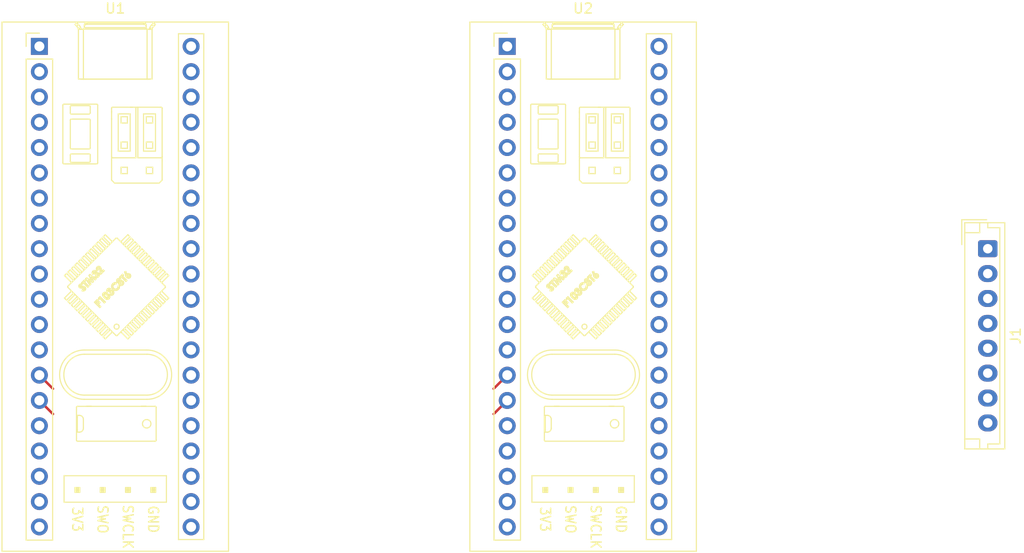
<source format=kicad_pcb>
(kicad_pcb (version 20171130) (host pcbnew "(5.1.12)-1")

  (general
    (thickness 1.6)
    (drawings 0)
    (tracks 4)
    (zones 0)
    (modules 3)
    (nets 79)
  )

  (page A4)
  (layers
    (0 F.Cu signal)
    (31 B.Cu signal)
    (32 B.Adhes user)
    (33 F.Adhes user)
    (34 B.Paste user)
    (35 F.Paste user)
    (36 B.SilkS user)
    (37 F.SilkS user)
    (38 B.Mask user)
    (39 F.Mask user)
    (40 Dwgs.User user)
    (41 Cmts.User user)
    (42 Eco1.User user)
    (43 Eco2.User user)
    (44 Edge.Cuts user)
    (45 Margin user)
    (46 B.CrtYd user)
    (47 F.CrtYd user)
    (48 B.Fab user)
    (49 F.Fab user)
  )

  (setup
    (last_trace_width 0.25)
    (trace_clearance 0.2)
    (zone_clearance 0.508)
    (zone_45_only no)
    (trace_min 0.2)
    (via_size 0.8)
    (via_drill 0.4)
    (via_min_size 0.4)
    (via_min_drill 0.3)
    (uvia_size 0.3)
    (uvia_drill 0.1)
    (uvias_allowed no)
    (uvia_min_size 0.2)
    (uvia_min_drill 0.1)
    (edge_width 0.05)
    (segment_width 0.2)
    (pcb_text_width 0.3)
    (pcb_text_size 1.5 1.5)
    (mod_edge_width 0.12)
    (mod_text_size 1 1)
    (mod_text_width 0.15)
    (pad_size 1.524 1.524)
    (pad_drill 0.762)
    (pad_to_mask_clearance 0)
    (aux_axis_origin 0 0)
    (visible_elements 7FFFFFFF)
    (pcbplotparams
      (layerselection 0x010fc_ffffffff)
      (usegerberextensions false)
      (usegerberattributes true)
      (usegerberadvancedattributes true)
      (creategerberjobfile true)
      (excludeedgelayer true)
      (linewidth 0.100000)
      (plotframeref false)
      (viasonmask false)
      (mode 1)
      (useauxorigin false)
      (hpglpennumber 1)
      (hpglpenspeed 20)
      (hpglpendiameter 15.000000)
      (psnegative false)
      (psa4output false)
      (plotreference true)
      (plotvalue true)
      (plotinvisibletext false)
      (padsonsilk false)
      (subtractmaskfromsilk false)
      (outputformat 1)
      (mirror false)
      (drillshape 1)
      (scaleselection 1)
      (outputdirectory ""))
  )

  (net 0 "")
  (net 1 "Net-(U1-Pad20)")
  (net 2 "Net-(U1-Pad21)")
  (net 3 "Net-(U1-Pad19)")
  (net 4 "Net-(U1-Pad22)")
  (net 5 "Net-(U1-Pad18)")
  (net 6 "Net-(U1-Pad23)")
  (net 7 "Net-(U1-Pad17)")
  (net 8 "Net-(U1-Pad24)")
  (net 9 "Net-(U1-Pad16)")
  (net 10 "Net-(U1-Pad25)")
  (net 11 SDA)
  (net 12 "Net-(U1-Pad26)")
  (net 13 SCL)
  (net 14 "Net-(U1-Pad27)")
  (net 15 "Net-(U1-Pad13)")
  (net 16 "Net-(U1-Pad28)")
  (net 17 "Net-(U1-Pad12)")
  (net 18 "Net-(U1-Pad29)")
  (net 19 "Net-(U1-Pad11)")
  (net 20 "Net-(U1-Pad30)")
  (net 21 "Net-(U1-Pad10)")
  (net 22 "Net-(U1-Pad31)")
  (net 23 "Net-(U1-Pad9)")
  (net 24 "Net-(U1-Pad32)")
  (net 25 "Net-(U1-Pad8)")
  (net 26 "Net-(U1-Pad33)")
  (net 27 "Net-(U1-Pad7)")
  (net 28 "Net-(U1-Pad34)")
  (net 29 "Net-(U1-Pad6)")
  (net 30 "Net-(U1-Pad35)")
  (net 31 "Net-(U1-Pad5)")
  (net 32 "Net-(U1-Pad36)")
  (net 33 "Net-(U1-Pad4)")
  (net 34 "Net-(U1-Pad37)")
  (net 35 "Net-(U1-Pad3)")
  (net 36 "Net-(U1-Pad38)")
  (net 37 "Net-(U1-Pad2)")
  (net 38 "Net-(U1-Pad39)")
  (net 39 "Net-(U1-Pad1)")
  (net 40 "Net-(U1-Pad40)")
  (net 41 "Net-(U2-Pad20)")
  (net 42 "Net-(U2-Pad21)")
  (net 43 "Net-(U2-Pad19)")
  (net 44 "Net-(U2-Pad22)")
  (net 45 "Net-(U2-Pad18)")
  (net 46 "Net-(U2-Pad23)")
  (net 47 "Net-(U2-Pad17)")
  (net 48 "Net-(U2-Pad24)")
  (net 49 "Net-(U2-Pad16)")
  (net 50 "Net-(U2-Pad13)")
  (net 51 "Net-(U2-Pad12)")
  (net 52 "Net-(U2-Pad11)")
  (net 53 "Net-(U2-Pad10)")
  (net 54 "Net-(U2-Pad9)")
  (net 55 "Net-(U2-Pad8)")
  (net 56 "Net-(U2-Pad33)")
  (net 57 "Net-(U2-Pad7)")
  (net 58 "Net-(U2-Pad34)")
  (net 59 "Net-(U2-Pad6)")
  (net 60 "Net-(U2-Pad35)")
  (net 61 "Net-(U2-Pad5)")
  (net 62 "Net-(U2-Pad36)")
  (net 63 "Net-(U2-Pad4)")
  (net 64 "Net-(U2-Pad37)")
  (net 65 "Net-(U2-Pad3)")
  (net 66 "Net-(U2-Pad38)")
  (net 67 "Net-(U2-Pad2)")
  (net 68 "Net-(U2-Pad39)")
  (net 69 "Net-(U2-Pad1)")
  (net 70 "Net-(U2-Pad40)")
  (net 71 "Net-(J1-Pad8)")
  (net 72 "Net-(J1-Pad7)")
  (net 73 "Net-(J1-Pad6)")
  (net 74 "Net-(J1-Pad5)")
  (net 75 "Net-(J1-Pad4)")
  (net 76 "Net-(J1-Pad3)")
  (net 77 "Net-(J1-Pad2)")
  (net 78 "Net-(J1-Pad1)")

  (net_class Default "This is the default net class."
    (clearance 0.2)
    (trace_width 0.25)
    (via_dia 0.8)
    (via_drill 0.4)
    (uvia_dia 0.3)
    (uvia_drill 0.1)
    (add_net "Net-(J1-Pad1)")
    (add_net "Net-(J1-Pad2)")
    (add_net "Net-(J1-Pad3)")
    (add_net "Net-(J1-Pad4)")
    (add_net "Net-(J1-Pad5)")
    (add_net "Net-(J1-Pad6)")
    (add_net "Net-(J1-Pad7)")
    (add_net "Net-(J1-Pad8)")
    (add_net "Net-(U1-Pad1)")
    (add_net "Net-(U1-Pad10)")
    (add_net "Net-(U1-Pad11)")
    (add_net "Net-(U1-Pad12)")
    (add_net "Net-(U1-Pad13)")
    (add_net "Net-(U1-Pad16)")
    (add_net "Net-(U1-Pad17)")
    (add_net "Net-(U1-Pad18)")
    (add_net "Net-(U1-Pad19)")
    (add_net "Net-(U1-Pad2)")
    (add_net "Net-(U1-Pad20)")
    (add_net "Net-(U1-Pad21)")
    (add_net "Net-(U1-Pad22)")
    (add_net "Net-(U1-Pad23)")
    (add_net "Net-(U1-Pad24)")
    (add_net "Net-(U1-Pad25)")
    (add_net "Net-(U1-Pad26)")
    (add_net "Net-(U1-Pad27)")
    (add_net "Net-(U1-Pad28)")
    (add_net "Net-(U1-Pad29)")
    (add_net "Net-(U1-Pad3)")
    (add_net "Net-(U1-Pad30)")
    (add_net "Net-(U1-Pad31)")
    (add_net "Net-(U1-Pad32)")
    (add_net "Net-(U1-Pad33)")
    (add_net "Net-(U1-Pad34)")
    (add_net "Net-(U1-Pad35)")
    (add_net "Net-(U1-Pad36)")
    (add_net "Net-(U1-Pad37)")
    (add_net "Net-(U1-Pad38)")
    (add_net "Net-(U1-Pad39)")
    (add_net "Net-(U1-Pad4)")
    (add_net "Net-(U1-Pad40)")
    (add_net "Net-(U1-Pad5)")
    (add_net "Net-(U1-Pad6)")
    (add_net "Net-(U1-Pad7)")
    (add_net "Net-(U1-Pad8)")
    (add_net "Net-(U1-Pad9)")
    (add_net "Net-(U2-Pad1)")
    (add_net "Net-(U2-Pad10)")
    (add_net "Net-(U2-Pad11)")
    (add_net "Net-(U2-Pad12)")
    (add_net "Net-(U2-Pad13)")
    (add_net "Net-(U2-Pad16)")
    (add_net "Net-(U2-Pad17)")
    (add_net "Net-(U2-Pad18)")
    (add_net "Net-(U2-Pad19)")
    (add_net "Net-(U2-Pad2)")
    (add_net "Net-(U2-Pad20)")
    (add_net "Net-(U2-Pad21)")
    (add_net "Net-(U2-Pad22)")
    (add_net "Net-(U2-Pad23)")
    (add_net "Net-(U2-Pad24)")
    (add_net "Net-(U2-Pad3)")
    (add_net "Net-(U2-Pad33)")
    (add_net "Net-(U2-Pad34)")
    (add_net "Net-(U2-Pad35)")
    (add_net "Net-(U2-Pad36)")
    (add_net "Net-(U2-Pad37)")
    (add_net "Net-(U2-Pad38)")
    (add_net "Net-(U2-Pad39)")
    (add_net "Net-(U2-Pad4)")
    (add_net "Net-(U2-Pad40)")
    (add_net "Net-(U2-Pad5)")
    (add_net "Net-(U2-Pad6)")
    (add_net "Net-(U2-Pad7)")
    (add_net "Net-(U2-Pad8)")
    (add_net "Net-(U2-Pad9)")
    (add_net SCL)
    (add_net SDA)
  )

  (module Connector_JST:JST_EH_B8B-EH-A_1x08_P2.50mm_Vertical (layer F.Cu) (tedit 5C28142D) (tstamp 61B29E23)
    (at 127 50.8 270)
    (descr "JST EH series connector, B8B-EH-A (http://www.jst-mfg.com/product/pdf/eng/eEH.pdf), generated with kicad-footprint-generator")
    (tags "connector JST EH vertical")
    (path /61B551AD)
    (fp_text reference J1 (at 8.75 -2.8 90) (layer F.SilkS)
      (effects (font (size 1 1) (thickness 0.15)))
    )
    (fp_text value QTR-8A (at 8.75 3.4 90) (layer F.Fab)
      (effects (font (size 1 1) (thickness 0.15)))
    )
    (fp_text user %R (at 8.75 1.5 90) (layer F.Fab)
      (effects (font (size 1 1) (thickness 0.15)))
    )
    (fp_line (start -2.5 -1.6) (end -2.5 2.2) (layer F.Fab) (width 0.1))
    (fp_line (start -2.5 2.2) (end 20 2.2) (layer F.Fab) (width 0.1))
    (fp_line (start 20 2.2) (end 20 -1.6) (layer F.Fab) (width 0.1))
    (fp_line (start 20 -1.6) (end -2.5 -1.6) (layer F.Fab) (width 0.1))
    (fp_line (start -3 -2.1) (end -3 2.7) (layer F.CrtYd) (width 0.05))
    (fp_line (start -3 2.7) (end 20.5 2.7) (layer F.CrtYd) (width 0.05))
    (fp_line (start 20.5 2.7) (end 20.5 -2.1) (layer F.CrtYd) (width 0.05))
    (fp_line (start 20.5 -2.1) (end -3 -2.1) (layer F.CrtYd) (width 0.05))
    (fp_line (start -2.61 -1.71) (end -2.61 2.31) (layer F.SilkS) (width 0.12))
    (fp_line (start -2.61 2.31) (end 20.11 2.31) (layer F.SilkS) (width 0.12))
    (fp_line (start 20.11 2.31) (end 20.11 -1.71) (layer F.SilkS) (width 0.12))
    (fp_line (start 20.11 -1.71) (end -2.61 -1.71) (layer F.SilkS) (width 0.12))
    (fp_line (start -2.61 0) (end -2.11 0) (layer F.SilkS) (width 0.12))
    (fp_line (start -2.11 0) (end -2.11 -1.21) (layer F.SilkS) (width 0.12))
    (fp_line (start -2.11 -1.21) (end 19.61 -1.21) (layer F.SilkS) (width 0.12))
    (fp_line (start 19.61 -1.21) (end 19.61 0) (layer F.SilkS) (width 0.12))
    (fp_line (start 19.61 0) (end 20.11 0) (layer F.SilkS) (width 0.12))
    (fp_line (start -2.61 0.81) (end -1.61 0.81) (layer F.SilkS) (width 0.12))
    (fp_line (start -1.61 0.81) (end -1.61 2.31) (layer F.SilkS) (width 0.12))
    (fp_line (start 20.11 0.81) (end 19.11 0.81) (layer F.SilkS) (width 0.12))
    (fp_line (start 19.11 0.81) (end 19.11 2.31) (layer F.SilkS) (width 0.12))
    (fp_line (start -2.91 0.11) (end -2.91 2.61) (layer F.SilkS) (width 0.12))
    (fp_line (start -2.91 2.61) (end -0.41 2.61) (layer F.SilkS) (width 0.12))
    (fp_line (start -2.91 0.11) (end -2.91 2.61) (layer F.Fab) (width 0.1))
    (fp_line (start -2.91 2.61) (end -0.41 2.61) (layer F.Fab) (width 0.1))
    (pad 8 thru_hole oval (at 17.5 0 270) (size 1.7 1.95) (drill 0.95) (layers *.Cu *.Mask)
      (net 71 "Net-(J1-Pad8)"))
    (pad 7 thru_hole oval (at 15 0 270) (size 1.7 1.95) (drill 0.95) (layers *.Cu *.Mask)
      (net 72 "Net-(J1-Pad7)"))
    (pad 6 thru_hole oval (at 12.5 0 270) (size 1.7 1.95) (drill 0.95) (layers *.Cu *.Mask)
      (net 73 "Net-(J1-Pad6)"))
    (pad 5 thru_hole oval (at 10 0 270) (size 1.7 1.95) (drill 0.95) (layers *.Cu *.Mask)
      (net 74 "Net-(J1-Pad5)"))
    (pad 4 thru_hole oval (at 7.5 0 270) (size 1.7 1.95) (drill 0.95) (layers *.Cu *.Mask)
      (net 75 "Net-(J1-Pad4)"))
    (pad 3 thru_hole oval (at 5 0 270) (size 1.7 1.95) (drill 0.95) (layers *.Cu *.Mask)
      (net 76 "Net-(J1-Pad3)"))
    (pad 2 thru_hole oval (at 2.5 0 270) (size 1.7 1.95) (drill 0.95) (layers *.Cu *.Mask)
      (net 77 "Net-(J1-Pad2)"))
    (pad 1 thru_hole roundrect (at 0 0 270) (size 1.7 1.95) (drill 0.95) (layers *.Cu *.Mask) (roundrect_rratio 0.147059)
      (net 78 "Net-(J1-Pad1)"))
    (model ${KISYS3DMOD}/Connector_JST.3dshapes/JST_EH_B8B-EH-A_1x08_P2.50mm_Vertical.wrl
      (at (xyz 0 0 0))
      (scale (xyz 1 1 1))
      (rotate (xyz 0 0 0))
    )
  )

  (module STM32_Bluepill:YAAJ_BluePill_1 (layer F.Cu) (tedit 5F81AE08) (tstamp 61B229E4)
    (at 78.74 30.48)
    (descr "Through hole headers for BluePill module. No SWD breakout. Fancy silkscreen.")
    (tags "module BlluePill Blue Pill header SWD breakout")
    (path /61B34B62)
    (fp_text reference U2 (at 7.62 -3.81) (layer F.SilkS)
      (effects (font (size 1 1) (thickness 0.15)))
    )
    (fp_text value LineSensorBoard (at 20.32 24.765 90) (layer F.Fab) hide
      (effects (font (size 1 1) (thickness 0.15)))
    )
    (fp_line (start 5.107533 6.702277) (end 5.007533 6.802277) (layer F.SilkS) (width 0.12))
    (fp_line (start 8.688449 23.04914) (end 8.558416 22.649692) (layer F.SilkS) (width 0.12))
    (fp_line (start 8.685368 22.608154) (end 8.774607 22.882243) (layer F.SilkS) (width 0.12))
    (fp_line (start 8.558416 22.649692) (end 8.685368 22.608154) (layer F.SilkS) (width 0.12))
    (fp_line (start 6.928756 24.564915) (end 6.833569 24.660102) (layer F.SilkS) (width 0.12))
    (fp_line (start 7.044341 24.925267) (end 7.139528 24.83008) (layer F.SilkS) (width 0.12))
    (fp_line (start 7.098734 24.707696) (end 7.010345 24.619308) (layer F.SilkS) (width 0.12))
    (fp_line (start 8.064207 23.171099) (end 8.349769 22.885536) (layer F.SilkS) (width 0.12))
    (fp_line (start 8.349769 22.885536) (end 8.444956 22.980724) (layer F.SilkS) (width 0.12))
    (fp_line (start 8.444956 22.980724) (end 8.349769 23.075911) (layer F.SilkS) (width 0.12))
    (fp_line (start 8.349769 23.075911) (end 8.784912 23.511054) (layer F.SilkS) (width 0.12))
    (fp_line (start 8.784912 23.511054) (end 8.689724 23.606241) (layer F.SilkS) (width 0.12))
    (fp_line (start 8.689724 23.606241) (end 8.254581 23.171099) (layer F.SilkS) (width 0.12))
    (fp_line (start 8.254581 23.171099) (end 8.159394 23.266286) (layer F.SilkS) (width 0.12))
    (fp_line (start 8.159394 23.266286) (end 8.064207 23.171099) (layer F.SilkS) (width 0.12))
    (fp_line (start 6.623127 29.381166) (end 6.410995 29.169034) (layer F.SilkS) (width 0.12))
    (fp_line (start 3.087593 22.45152) (end 2.875461 22.663652) (layer F.SilkS) (width 0.12))
    (fp_line (start 9.451554 28.815481) (end 9.239422 29.027613) (layer F.SilkS) (width 0.12))
    (fp_line (start 4.85536 20.683753) (end 4.643228 20.895885) (layer F.SilkS) (width 0.12))
    (fp_line (start 6.623127 18.915986) (end 6.410995 19.128118) (layer F.SilkS) (width 0.12))
    (fp_line (start 4.501806 27.259846) (end 4.289674 27.047714) (layer F.SilkS) (width 0.12))
    (fp_line (start 12.633534 25.6335) (end 12.421402 25.845632) (layer F.SilkS) (width 0.12))
    (fp_line (start 3.441146 26.199186) (end 3.229014 25.987054) (layer F.SilkS) (width 0.12))
    (fp_line (start 9.451554 19.481671) (end 9.239422 19.269539) (layer F.SilkS) (width 0.12))
    (fp_line (start 6.269573 29.027613) (end 6.057441 28.815481) (layer F.SilkS) (width 0.12))
    (fp_line (start 11.219321 27.047714) (end 11.007189 27.259846) (layer F.SilkS) (width 0.12))
    (fp_line (start 5.91602 19.623093) (end 5.703888 19.835225) (layer F.SilkS) (width 0.12))
    (fp_line (start 9.098 29.169034) (end 8.885868 29.381166) (layer F.SilkS) (width 0.12))
    (fp_line (start 3.7947 26.552739) (end 3.582568 26.340607) (layer F.SilkS) (width 0.12))
    (fp_line (start 10.865767 20.895885) (end 10.653635 20.683753) (layer F.SilkS) (width 0.12))
    (fp_line (start 9.098 19.128118) (end 8.885868 18.915986) (layer F.SilkS) (width 0.12))
    (fp_line (start 10.865767 27.401267) (end 10.653635 27.613399) (layer F.SilkS) (width 0.12))
    (fp_line (start 3.441146 22.097967) (end 3.229014 22.310099) (layer F.SilkS) (width 0.12))
    (fp_line (start 12.987088 23.017205) (end 12.774956 22.805073) (layer F.SilkS) (width 0.12))
    (fp_line (start 3.7947 21.744413) (end 3.582568 21.956545) (layer F.SilkS) (width 0.12))
    (fp_line (start 4.501806 21.037306) (end 4.289674 21.249438) (layer F.SilkS) (width 0.12))
    (fp_line (start 11.219321 21.249438) (end 11.007189 21.037306) (layer F.SilkS) (width 0.12))
    (fp_line (start 11.572874 26.694161) (end 11.360742 26.906293) (layer F.SilkS) (width 0.12))
    (fp_line (start 11.926428 21.956545) (end 11.714296 21.744413) (layer F.SilkS) (width 0.12))
    (fp_line (start 5.562467 28.320506) (end 5.350334 28.108374) (layer F.SilkS) (width 0.12))
    (fp_line (start 6.269573 19.269539) (end 6.057441 19.481671) (layer F.SilkS) (width 0.12))
    (fp_line (start 12.279981 22.310099) (end 12.067849 22.097967) (layer F.SilkS) (width 0.12))
    (fp_line (start 10.512214 20.542332) (end 10.300082 20.3302) (layer F.SilkS) (width 0.12))
    (fp_line (start 9.805107 19.835225) (end 9.592975 19.623093) (layer F.SilkS) (width 0.12))
    (fp_line (start 11.572874 21.602992) (end 11.360742 21.39086) (layer F.SilkS) (width 0.12))
    (fp_line (start 4.148253 26.906293) (end 3.936121 26.694161) (layer F.SilkS) (width 0.12))
    (fp_line (start 9.805107 28.461928) (end 9.592975 28.67406) (layer F.SilkS) (width 0.12))
    (fp_line (start 4.148253 21.39086) (end 3.936121 21.602992) (layer F.SilkS) (width 0.12))
    (fp_line (start 2.734039 25.492079) (end 2.521907 25.279947) (layer F.SilkS) (width 0.12))
    (fp_line (start 12.987088 25.279947) (end 12.774956 25.492079) (layer F.SilkS) (width 0.12))
    (fp_line (start 5.562467 19.976646) (end 5.350334 20.188778) (layer F.SilkS) (width 0.12))
    (fp_line (start 2.734039 22.805073) (end 2.521907 23.017205) (layer F.SilkS) (width 0.12))
    (fp_line (start 5.91602 28.67406) (end 5.703888 28.461928) (layer F.SilkS) (width 0.12))
    (fp_line (start 12.279981 25.987054) (end 12.067849 26.199186) (layer F.SilkS) (width 0.12))
    (fp_line (start 4.85536 27.613399) (end 4.643228 27.401267) (layer F.SilkS) (width 0.12))
    (fp_line (start 11.926428 26.340607) (end 11.714296 26.552739) (layer F.SilkS) (width 0.12))
    (fp_line (start 10.158661 28.108374) (end 9.946529 28.320506) (layer F.SilkS) (width 0.12))
    (fp_line (start 12.633534 22.663652) (end 12.421402 22.45152) (layer F.SilkS) (width 0.12))
    (fp_line (start 5.208913 20.3302) (end 4.996781 20.542332) (layer F.SilkS) (width 0.12))
    (fp_line (start 10.158661 20.188778) (end 9.946529 19.976646) (layer F.SilkS) (width 0.12))
    (fp_line (start 5.208913 27.966953) (end 4.996781 27.754821) (layer F.SilkS) (width 0.12))
    (fp_line (start 3.087593 25.845632) (end 2.875461 25.6335) (layer F.SilkS) (width 0.12))
    (fp_line (start 10.512214 27.754821) (end 10.300082 27.966953) (layer F.SilkS) (width 0.12))
    (fp_line (start 2.521907 23.017205) (end 3.229014 23.724312) (layer F.SilkS) (width 0.12))
    (fp_line (start 12.633534 25.6335) (end 11.926428 24.926394) (layer F.SilkS) (width 0.12))
    (fp_line (start 11.007189 21.037306) (end 10.300082 21.744413) (layer F.SilkS) (width 0.12))
    (fp_line (start 5.208913 27.966953) (end 5.91602 27.259846) (layer F.SilkS) (width 0.12))
    (fp_line (start 9.239422 19.269539) (end 8.532315 19.976646) (layer F.SilkS) (width 0.12))
    (fp_line (start 10.865767 27.401267) (end 10.158661 26.694161) (layer F.SilkS) (width 0.12))
    (fp_line (start 3.441146 26.199186) (end 4.148253 25.492079) (layer F.SilkS) (width 0.12))
    (fp_line (start 12.067849 22.097967) (end 11.360742 22.805073) (layer F.SilkS) (width 0.12))
    (fp_line (start 4.501806 27.259846) (end 5.208913 26.552739) (layer F.SilkS) (width 0.12))
    (fp_line (start 3.229014 22.310099) (end 3.936121 23.017205) (layer F.SilkS) (width 0.12))
    (fp_line (start 9.098 19.128118) (end 8.390894 19.835225) (layer F.SilkS) (width 0.12))
    (fp_line (start 6.057441 19.481671) (end 6.764548 20.188778) (layer F.SilkS) (width 0.12))
    (fp_line (start 12.279981 25.987054) (end 11.572874 25.279947) (layer F.SilkS) (width 0.12))
    (fp_line (start 9.098 29.169034) (end 8.390894 28.461928) (layer F.SilkS) (width 0.12))
    (fp_line (start 3.582568 21.956545) (end 4.289674 22.663652) (layer F.SilkS) (width 0.12))
    (fp_line (start 10.512214 27.754821) (end 9.805107 27.047714) (layer F.SilkS) (width 0.12))
    (fp_line (start 12.421402 25.845632) (end 11.714296 25.138526) (layer F.SilkS) (width 0.12))
    (fp_line (start 3.087593 22.45152) (end 3.7947 23.158627) (layer F.SilkS) (width 0.12))
    (fp_line (start 6.623127 18.915986) (end 7.330233 19.623093) (layer F.SilkS) (width 0.12))
    (fp_line (start 9.805107 28.461928) (end 9.098 27.754821) (layer F.SilkS) (width 0.12))
    (fp_line (start 11.219321 27.047714) (end 10.512214 26.340607) (layer F.SilkS) (width 0.12))
    (fp_line (start 5.703888 28.461928) (end 6.410995 27.754821) (layer F.SilkS) (width 0.12))
    (fp_line (start 4.996781 27.754821) (end 5.703888 27.047714) (layer F.SilkS) (width 0.12))
    (fp_line (start 4.289674 21.249438) (end 4.996781 21.956545) (layer F.SilkS) (width 0.12))
    (fp_line (start 10.300082 20.3302) (end 9.592975 21.037306) (layer F.SilkS) (width 0.12))
    (fp_line (start 5.562467 28.320506) (end 6.269573 27.613399) (layer F.SilkS) (width 0.12))
    (fp_line (start 9.805107 19.835225) (end 9.098 20.542332) (layer F.SilkS) (width 0.12))
    (fp_line (start 4.148253 26.906293) (end 4.85536 26.199186) (layer F.SilkS) (width 0.12))
    (fp_line (start 3.441146 22.097967) (end 4.148253 22.805073) (layer F.SilkS) (width 0.12))
    (fp_line (start 12.067849 26.199186) (end 11.360742 25.492079) (layer F.SilkS) (width 0.12))
    (fp_line (start 3.087593 25.845632) (end 3.7947 25.138526) (layer F.SilkS) (width 0.12))
    (fp_line (start 3.229014 25.987054) (end 3.936121 25.279947) (layer F.SilkS) (width 0.12))
    (fp_line (start 6.410995 19.128118) (end 7.118101 19.835225) (layer F.SilkS) (width 0.12))
    (fp_line (start 2.734039 22.805073) (end 3.441146 23.51218) (layer F.SilkS) (width 0.12))
    (fp_line (start 12.279981 22.310099) (end 11.572874 23.017205) (layer F.SilkS) (width 0.12))
    (fp_line (start 4.501806 21.037306) (end 5.208913 21.744413) (layer F.SilkS) (width 0.12))
    (fp_line (start 3.7947 26.552739) (end 4.501806 25.845632) (layer F.SilkS) (width 0.12))
    (fp_line (start 10.512214 20.542332) (end 9.805107 21.249438) (layer F.SilkS) (width 0.12))
    (fp_line (start 5.91602 19.623093) (end 6.623127 20.3302) (layer F.SilkS) (width 0.12))
    (fp_line (start 5.350334 28.108374) (end 6.057441 27.401267) (layer F.SilkS) (width 0.12))
    (fp_line (start 2.875461 25.6335) (end 3.582568 24.926394) (layer F.SilkS) (width 0.12))
    (fp_line (start 11.572874 21.602992) (end 10.865767 22.310099) (layer F.SilkS) (width 0.12))
    (fp_line (start 11.360742 21.39086) (end 10.653635 22.097967) (layer F.SilkS) (width 0.12))
    (fp_line (start 11.219321 21.249438) (end 10.512214 21.956545) (layer F.SilkS) (width 0.12))
    (fp_line (start 4.85536 27.613399) (end 5.562467 26.906293) (layer F.SilkS) (width 0.12))
    (fp_line (start 4.996781 20.542332) (end 5.703888 21.249438) (layer F.SilkS) (width 0.12))
    (fp_line (start 11.572874 26.694161) (end 10.865767 25.987054) (layer F.SilkS) (width 0.12))
    (fp_line (start 5.703888 19.835225) (end 6.410995 20.542332) (layer F.SilkS) (width 0.12))
    (fp_line (start 11.007189 27.259846) (end 10.300082 26.552739) (layer F.SilkS) (width 0.12))
    (fp_line (start 2.875461 22.663652) (end 3.582568 23.370759) (layer F.SilkS) (width 0.12))
    (fp_line (start 4.289674 27.047714) (end 4.996781 26.340607) (layer F.SilkS) (width 0.12))
    (fp_line (start 9.451554 28.815481) (end 8.744447 28.108374) (layer F.SilkS) (width 0.12))
    (fp_line (start 10.865767 20.895885) (end 10.158661 21.602992) (layer F.SilkS) (width 0.12))
    (fp_line (start 10.653635 20.683753) (end 9.946529 21.39086) (layer F.SilkS) (width 0.12))
    (fp_line (start 4.643228 27.401267) (end 5.350334 26.694161) (layer F.SilkS) (width 0.12))
    (fp_line (start 9.592975 19.623093) (end 8.885868 20.3302) (layer F.SilkS) (width 0.12))
    (fp_line (start 5.91602 28.67406) (end 6.623127 27.966953) (layer F.SilkS) (width 0.12))
    (fp_line (start 11.926428 26.340607) (end 11.219321 25.6335) (layer F.SilkS) (width 0.12))
    (fp_line (start 12.421402 22.45152) (end 11.714296 23.158627) (layer F.SilkS) (width 0.12))
    (fp_line (start 12.987088 25.279947) (end 12.279981 24.57284) (layer F.SilkS) (width 0.12))
    (fp_line (start 12.774956 25.492079) (end 12.067849 24.784972) (layer F.SilkS) (width 0.12))
    (fp_line (start 6.410995 29.169034) (end 7.118101 28.461928) (layer F.SilkS) (width 0.12))
    (fp_line (start 11.360742 26.906293) (end 10.653635 26.199186) (layer F.SilkS) (width 0.12))
    (fp_line (start 9.451554 19.481671) (end 8.744447 20.188778) (layer F.SilkS) (width 0.12))
    (fp_line (start 5.208913 20.3302) (end 5.91602 21.037306) (layer F.SilkS) (width 0.12))
    (fp_line (start 6.057441 28.815481) (end 6.764548 28.108374) (layer F.SilkS) (width 0.12))
    (fp_line (start 9.592975 28.67406) (end 8.885868 27.966953) (layer F.SilkS) (width 0.12))
    (fp_line (start 12.987088 23.017205) (end 12.279981 23.724312) (layer F.SilkS) (width 0.12))
    (fp_line (start 3.7947 21.744413) (end 4.501806 22.45152) (layer F.SilkS) (width 0.12))
    (fp_line (start 9.946529 19.976646) (end 9.239422 20.683753) (layer F.SilkS) (width 0.12))
    (fp_line (start 4.85536 20.683753) (end 5.562467 21.39086) (layer F.SilkS) (width 0.12))
    (fp_line (start 9.239422 29.027613) (end 8.532315 28.320506) (layer F.SilkS) (width 0.12))
    (fp_line (start 10.300082 27.966953) (end 9.592975 27.259846) (layer F.SilkS) (width 0.12))
    (fp_line (start 5.350334 20.188778) (end 6.057441 20.895885) (layer F.SilkS) (width 0.12))
    (fp_line (start 8.885868 18.915986) (end 8.178762 19.623093) (layer F.SilkS) (width 0.12))
    (fp_line (start 6.269573 19.269539) (end 6.97668 19.976646) (layer F.SilkS) (width 0.12))
    (fp_line (start 6.623127 29.381166) (end 7.330233 28.67406) (layer F.SilkS) (width 0.12))
    (fp_line (start 6.269573 29.027613) (end 6.97668 28.320506) (layer F.SilkS) (width 0.12))
    (fp_line (start 10.653635 27.613399) (end 9.946529 26.906293) (layer F.SilkS) (width 0.12))
    (fp_line (start 5.562467 19.976646) (end 6.269573 20.683753) (layer F.SilkS) (width 0.12))
    (fp_line (start 12.774956 22.805073) (end 12.067849 23.51218) (layer F.SilkS) (width 0.12))
    (fp_line (start 2.521907 25.279947) (end 3.229014 24.57284) (layer F.SilkS) (width 0.12))
    (fp_line (start 12.633534 22.663652) (end 11.926428 23.370759) (layer F.SilkS) (width 0.12))
    (fp_line (start 11.714296 21.744413) (end 11.007189 22.45152) (layer F.SilkS) (width 0.12))
    (fp_line (start 4.643228 20.895885) (end 5.350334 21.602992) (layer F.SilkS) (width 0.12))
    (fp_line (start 10.158661 28.108374) (end 9.451554 27.401267) (layer F.SilkS) (width 0.12))
    (fp_line (start 8.885868 29.381166) (end 8.178762 28.67406) (layer F.SilkS) (width 0.12))
    (fp_line (start 3.936121 21.602992) (end 4.643228 22.310099) (layer F.SilkS) (width 0.12))
    (fp_line (start 11.714296 26.552739) (end 11.007189 25.845632) (layer F.SilkS) (width 0.12))
    (fp_line (start 10.158661 20.188778) (end 9.451554 20.895885) (layer F.SilkS) (width 0.12))
    (fp_line (start 11.926428 21.956545) (end 11.219321 22.663652) (layer F.SilkS) (width 0.12))
    (fp_line (start 2.734039 25.492079) (end 3.441146 24.784972) (layer F.SilkS) (width 0.12))
    (fp_line (start 4.148253 21.39086) (end 4.85536 22.097967) (layer F.SilkS) (width 0.12))
    (fp_line (start 9.946529 28.320506) (end 9.239422 27.613399) (layer F.SilkS) (width 0.12))
    (fp_line (start 3.936121 26.694161) (end 4.643228 25.987054) (layer F.SilkS) (width 0.12))
    (fp_line (start 3.582568 26.340607) (end 4.289674 25.6335) (layer F.SilkS) (width 0.12))
    (fp_line (start 12.654245 24.098576) (end 12.654245 24.198576) (layer F.SilkS) (width 0.12))
    (fp_line (start 7.804498 19.248829) (end 7.704498 19.248829) (layer F.SilkS) (width 0.12))
    (fp_line (start 2.85475 24.198576) (end 2.85475 24.098576) (layer F.SilkS) (width 0.12))
    (fp_line (start 12.654245 24.098576) (end 7.804498 19.248829) (layer F.SilkS) (width 0.12))
    (fp_line (start 12.654245 24.198576) (end 7.804498 29.048324) (layer F.SilkS) (width 0.12))
    (fp_line (start 7.704498 19.248829) (end 2.85475 24.098576) (layer F.SilkS) (width 0.12))
    (fp_line (start 2.85475 24.198576) (end 7.704498 29.048324) (layer F.SilkS) (width 0.12))
    (fp_line (start 7.704498 29.048324) (end 7.804498 29.048324) (layer F.SilkS) (width 0.12))
    (fp_line (start 5.94533 25.289976) (end 6.092466 25.142839) (layer F.SilkS) (width 0.12))
    (fp_line (start 6.622797 25.673169) (end 6.527609 25.768356) (layer F.SilkS) (width 0.12))
    (fp_line (start 6.527609 25.768356) (end 6.085667 25.326415) (layer F.SilkS) (width 0.12))
    (fp_line (start 6.085667 25.326415) (end 5.976882 25.4352) (layer F.SilkS) (width 0.12))
    (fp_line (start 5.976882 25.4352) (end 5.94533 25.289976) (layer F.SilkS) (width 0.12))
    (fp_line (start 4.638627 23.346707) (end 4.737426 23.247907) (layer F.SilkS) (width 0.12))
    (fp_line (start 4.737426 23.247907) (end 5.228343 23.496818) (layer F.SilkS) (width 0.12))
    (fp_line (start 5.228343 23.496818) (end 4.980282 23.005052) (layer F.SilkS) (width 0.12))
    (fp_line (start 4.980282 23.005052) (end 5.078125 22.907209) (layer F.SilkS) (width 0.12))
    (fp_line (start 5.078125 22.907209) (end 5.698118 23.347875) (layer F.SilkS) (width 0.12))
    (fp_line (start 5.698118 23.347875) (end 5.601762 23.444231) (layer F.SilkS) (width 0.12))
    (fp_line (start 5.601762 23.444231) (end 5.210177 23.165893) (layer F.SilkS) (width 0.12))
    (fp_line (start 5.210177 23.165893) (end 5.434866 23.611128) (layer F.SilkS) (width 0.12))
    (fp_line (start 5.434866 23.611128) (end 5.342015 23.703979) (layer F.SilkS) (width 0.12))
    (fp_line (start 5.342015 23.703979) (end 4.897418 23.478652) (layer F.SilkS) (width 0.12))
    (fp_line (start 4.897418 23.478652) (end 5.175862 23.870132) (layer F.SilkS) (width 0.12))
    (fp_line (start 5.0794 23.966594) (end 4.638627 23.346707) (layer F.SilkS) (width 0.12))
    (fp_line (start 5.175862 23.870132) (end 5.0794 23.966594) (layer F.SilkS) (width 0.12))
    (fp_line (start 6.092466 25.142839) (end 6.622797 25.673169) (layer F.SilkS) (width 0.12))
    (fp_line (start 5.636927 22.919532) (end 5.548538 22.831144) (layer F.SilkS) (width 0.12))
    (fp_line (start 5.582534 23.137103) (end 5.677721 23.041916) (layer F.SilkS) (width 0.12))
    (fp_line (start 5.466949 22.776751) (end 5.371761 22.871938) (layer F.SilkS) (width 0.12))
    (fp_line (start 10.741801 7.061801) (end 11.378198 7.061801) (layer F.SilkS) (width 0.12))
    (fp_line (start 8.201801 7.061801) (end 8.838198 7.061801) (layer F.SilkS) (width 0.12))
    (fp_line (start 8.838198 7.061801) (end 8.838198 7.698198) (layer F.SilkS) (width 0.12))
    (fp_line (start 11.378198 10.238198) (end 10.741801 10.238198) (layer F.SilkS) (width 0.12))
    (fp_line (start 8.838198 10.238198) (end 8.201801 10.238198) (layer F.SilkS) (width 0.12))
    (fp_line (start 7.25 11.49) (end 7.25 13.43) (layer F.SilkS) (width 0.12))
    (fp_line (start 7.25 13.43) (end 7.55 13.73) (layer F.SilkS) (width 0.12))
    (fp_line (start 7.25 11.09) (end 7.25 11.49) (layer F.SilkS) (width 0.12))
    (fp_line (start 12.33 11.49) (end 12.33 11.09) (layer F.SilkS) (width 0.12))
    (fp_line (start 12.03 13.73) (end 12.33 13.43) (layer F.SilkS) (width 0.12))
    (fp_line (start 12.33 13.43) (end 12.33 11.49) (layer F.SilkS) (width 0.12))
    (fp_line (start 7.55 13.73) (end 12.03 13.73) (layer F.SilkS) (width 0.12))
    (fp_line (start 8.201801 7.698198) (end 8.201801 7.061801) (layer F.SilkS) (width 0.12))
    (fp_line (start 8.838198 7.698198) (end 8.201801 7.698198) (layer F.SilkS) (width 0.12))
    (fp_line (start 11.378198 12.778198) (end 10.741801 12.778198) (layer F.SilkS) (width 0.12))
    (fp_line (start 8.838198 12.778198) (end 8.201801 12.778198) (layer F.SilkS) (width 0.12))
    (fp_line (start 10.741801 12.141801) (end 11.378198 12.141801) (layer F.SilkS) (width 0.12))
    (fp_line (start 11.378198 12.141801) (end 11.378198 12.778198) (layer F.SilkS) (width 0.12))
    (fp_line (start 10.741801 9.601801) (end 11.378198 9.601801) (layer F.SilkS) (width 0.12))
    (fp_line (start 10.741801 12.778198) (end 10.741801 12.141801) (layer F.SilkS) (width 0.12))
    (fp_line (start 8.201801 12.778198) (end 8.201801 12.141801) (layer F.SilkS) (width 0.12))
    (fp_line (start 10.741801 10.238198) (end 10.741801 9.601801) (layer F.SilkS) (width 0.12))
    (fp_line (start 11.378198 7.698198) (end 10.741801 7.698198) (layer F.SilkS) (width 0.12))
    (fp_line (start 8.201801 10.238198) (end 8.201801 9.601801) (layer F.SilkS) (width 0.12))
    (fp_line (start 8.201801 9.601801) (end 8.838198 9.601801) (layer F.SilkS) (width 0.12))
    (fp_line (start 8.838198 9.601801) (end 8.838198 10.238198) (layer F.SilkS) (width 0.12))
    (fp_line (start 11.378198 7.061801) (end 11.378198 7.698198) (layer F.SilkS) (width 0.12))
    (fp_line (start 8.201801 12.141801) (end 8.838198 12.141801) (layer F.SilkS) (width 0.12))
    (fp_line (start 8.838198 12.141801) (end 8.838198 12.778198) (layer F.SilkS) (width 0.12))
    (fp_line (start 10.741801 7.698198) (end 10.741801 7.061801) (layer F.SilkS) (width 0.12))
    (fp_line (start 11.378198 9.601801) (end 11.378198 10.238198) (layer F.SilkS) (width 0.12))
    (fp_line (start 9.331472 6.109) (end 9.142369 6.109) (layer F.SilkS) (width 0.12))
    (fp_line (start 11.628666 39.652804) (end 11.627718 39.652809) (layer F.SilkS) (width 0.12))
    (fp_line (start 5.227718 36.142809) (end 4.727718 36.142809) (layer F.SilkS) (width 0.12))
    (fp_line (start 10.227718 36.142809) (end 10.727718 36.142809) (layer F.SilkS) (width 0.12))
    (fp_line (start 11.627718 39.652809) (end 11.628337 39.652807) (layer F.SilkS) (width 0.12))
    (fp_line (start 3.827718 39.652809) (end 11.627718 39.652809) (layer F.SilkS) (width 0.12))
    (fp_line (start 3.8271 39.652807) (end 3.827718 39.652809) (layer F.SilkS) (width 0.12))
    (fp_line (start 11.727718 36.252809) (end 11.727718 39.552809) (layer F.SilkS) (width 0.12))
    (fp_line (start 11.727718 36.252809) (end 11.727717 36.25219) (layer F.SilkS) (width 0.12))
    (fp_line (start 3.827718 36.152809) (end 11.627718 36.152809) (layer F.SilkS) (width 0.12))
    (fp_line (start 3.827718 36.152809) (end 3.8271 36.152811) (layer F.SilkS) (width 0.12))
    (fp_line (start 11.628337 36.152811) (end 11.627718 36.152809) (layer F.SilkS) (width 0.12))
    (fp_line (start 3.727718 36.252809) (end 3.727718 39.552809) (layer F.SilkS) (width 0.12))
    (fp_line (start 3.8118 38.543851) (end 3.8118 37.261767) (layer F.SilkS) (width 0.12))
    (fp_line (start 3.72772 36.25219) (end 3.727718 36.252809) (layer F.SilkS) (width 0.12))
    (fp_line (start 4.420774 37.461767) (end 4.420774 38.343851) (layer F.SilkS) (width 0.12))
    (fp_line (start 3.834188 38.743851) (end 4.020774 38.743851) (layer F.SilkS) (width 0.12))
    (fp_line (start 4.020774 37.061767) (end 3.834188 37.061767) (layer F.SilkS) (width 0.12))
    (fp_line (start 4.252778 23.874275) (end 4.246722 24.010576) (layer F.SilkS) (width 0.12))
    (fp_line (start 4.300159 24.547174) (end 4.333623 24.41321) (layer F.SilkS) (width 0.12))
    (fp_line (start 5.762017 5.802378) (end 5.757533 5.802277) (layer F.SilkS) (width 0.12))
    (fp_line (start 5.107533 10.902277) (end 5.107533 11.552277) (layer F.SilkS) (width 0.12))
    (fp_line (start 3.207533 10.802277) (end 5.007533 10.802277) (layer F.SilkS) (width 0.12))
    (fp_line (start 5.007533 11.652277) (end 3.207533 11.652277) (layer F.SilkS) (width 0.12))
    (fp_line (start 3.107533 11.552277) (end 3.107533 10.902277) (layer F.SilkS) (width 0.12))
    (fp_line (start 5.007533 10.302277) (end 3.207533 10.302277) (layer F.SilkS) (width 0.12))
    (fp_line (start 3.207533 7.302277) (end 5.007533 7.302277) (layer F.SilkS) (width 0.12))
    (fp_line (start 3.107533 10.202277) (end 3.107533 7.402277) (layer F.SilkS) (width 0.12))
    (fp_line (start 5.107533 7.402277) (end 5.107533 10.202277) (layer F.SilkS) (width 0.12))
    (fp_line (start 5.007533 6.802277) (end 3.207533 6.802277) (layer F.SilkS) (width 0.12))
    (fp_line (start 3.207533 5.952277) (end 5.007533 5.952277) (layer F.SilkS) (width 0.12))
    (fp_line (start 5.107533 6.052277) (end 5.107533 6.702277) (layer F.SilkS) (width 0.12))
    (fp_line (start 3.107533 6.702277) (end 3.107533 6.052277) (layer F.SilkS) (width 0.12))
    (fp_line (start 5.857533 11.702277) (end 5.857533 5.902277) (layer F.SilkS) (width 0.12))
    (fp_line (start 2.357533 5.902277) (end 2.357533 11.702277) (layer F.SilkS) (width 0.12))
    (fp_line (start 2.457533 11.802277) (end 5.757533 11.802277) (layer F.SilkS) (width 0.12))
    (fp_line (start 5.757533 5.802277) (end 2.457533 5.802277) (layer F.SilkS) (width 0.12))
    (fp_line (start 3.747784 -2.019531) (end 3.932659 -2.182422) (layer F.SilkS) (width 0.12))
    (fp_line (start 4.045142 -2.054759) (end 3.767387 -2.37) (layer F.SilkS) (width 0.12))
    (fp_line (start 3.767387 -2.37) (end 3.582512 -2.207108) (layer F.SilkS) (width 0.12))
    (fp_line (start 3.582512 -2.207108) (end 3.861166 -1.890847) (layer F.SilkS) (width 0.12))
    (fp_line (start 11.657487 -2.207108) (end 11.378833 -1.890847) (layer F.SilkS) (width 0.12))
    (fp_line (start 11.472612 -2.37) (end 11.657487 -2.207108) (layer F.SilkS) (width 0.12))
    (fp_line (start 11.492215 -2.019531) (end 11.30734 -2.182422) (layer F.SilkS) (width 0.12))
    (fp_line (start 11.194857 -2.054759) (end 11.472612 -2.37) (layer F.SilkS) (width 0.12))
    (fp_line (start 4.160728 -1.82) (end 3.905072 -1.82) (layer F.SilkS) (width 0.12))
    (fp_line (start 4.169988 -1.72) (end 4.169988 -1.724215) (layer F.SilkS) (width 0.12))
    (fp_line (start 11.070011 -1.72) (end 11.070011 -1.724215) (layer F.SilkS) (width 0.12))
    (fp_line (start 11.079271 -1.82) (end 11.334927 -1.82) (layer F.SilkS) (width 0.12))
    (fp_line (start 11.070011 3.29) (end 4.169988 3.29) (layer F.SilkS) (width 0.12))
    (fp_line (start 4.423589 -1.720064) (end 4.423589 3.29) (layer F.SilkS) (width 0.12))
    (fp_line (start 3.923589 -1.725575) (end 3.923572 -1.7285) (layer F.SilkS) (width 0.12))
    (fp_line (start 3.923589 -1.725575) (end 3.923589 3.28) (layer F.SilkS) (width 0.12))
    (fp_line (start 11.31641 3.28) (end 3.923589 3.28) (layer F.SilkS) (width 0.12))
    (fp_line (start 3.930103 -1.72) (end 4.42 -1.72) (layer F.SilkS) (width 0.12))
    (fp_line (start 11.31641 -1.725575) (end 11.31641 3.28) (layer F.SilkS) (width 0.12))
    (fp_line (start 11.31641 -1.725575) (end 11.316427 -1.7285) (layer F.SilkS) (width 0.12))
    (fp_line (start 11.309896 -1.72) (end 10.82 -1.72) (layer F.SilkS) (width 0.12))
    (fp_line (start 10.81641 -1.720064) (end 10.81641 3.29) (layer F.SilkS) (width 0.12))
    (fp_line (start 10.82 -1.72) (end 10.81641 -1.720064) (layer F.SilkS) (width 0.12))
    (fp_line (start 4.42 -1.72) (end 4.423589 -1.720064) (layer F.SilkS) (width 0.12))
    (fp_line (start 10.758464 -1.741175) (end 4.481535 -1.741175) (layer F.SilkS) (width 0.12))
    (fp_line (start 10.47 -2.37) (end 4.77 -2.37) (layer F.SilkS) (width 0.12))
    (fp_line (start 4.77 -2.226605) (end 4.77 -2.37) (layer F.SilkS) (width 0.12))
    (fp_line (start 10.47 -2.226605) (end 10.47 -2.37) (layer F.SilkS) (width 0.12))
    (fp_line (start 10.72 -2.165211) (end 10.72 -1.82) (layer F.SilkS) (width 0.12))
    (fp_line (start 10.47 -2.226605) (end 4.77 -2.226605) (layer F.SilkS) (width 0.12))
    (fp_line (start 4.52 -2.165211) (end 4.52 -1.82) (layer F.SilkS) (width 0.12))
    (fp_line (start 4.52 -1.884569) (end 10.72 -1.884569) (layer F.SilkS) (width 0.12))
    (fp_line (start 4.50795 35.447588) (end 10.80795 35.447588) (layer F.SilkS) (width 0.12))
    (fp_line (start 10.80795 30.497588) (end 4.50795 30.497588) (layer F.SilkS) (width 0.12))
    (fp_line (start 10.80795 35.022588) (end 4.50795 35.022588) (layer F.SilkS) (width 0.12))
    (fp_line (start 4.50795 30.922588) (end 10.80795 30.922588) (layer F.SilkS) (width 0.12))
    (fp_line (start 6.105427 22.844104) (end 6.095335 22.519978) (layer F.SilkS) (width 0.12))
    (fp_line (start 6.153658 22.892336) (end 6.105427 22.844104) (layer F.SilkS) (width 0.12))
    (fp_line (start 6.507212 22.538782) (end 6.153658 22.892336) (layer F.SilkS) (width 0.12))
    (fp_line (start 6.418823 22.450394) (end 6.507212 22.538782) (layer F.SilkS) (width 0.12))
    (fp_line (start 6.240347 22.62887) (end 6.418823 22.450394) (layer F.SilkS) (width 0.12))
    (fp_line (start 6.232273 22.510098) (end 6.240347 22.62887) (layer F.SilkS) (width 0.12))
    (fp_line (start 5.908891 22.429996) (end 5.813703 22.525184) (layer F.SilkS) (width 0.12))
    (fp_line (start 4.331499 23.84421) (end 4.236311 23.749023) (layer F.SilkS) (width 0.12))
    (fp_line (start 4.426686 23.749023) (end 4.331499 23.84421) (layer F.SilkS) (width 0.12))
    (fp_line (start 4.861829 24.184165) (end 4.426686 23.749023) (layer F.SilkS) (width 0.12))
    (fp_line (start 4.957016 24.088978) (end 4.861829 24.184165) (layer F.SilkS) (width 0.12))
    (fp_line (start 4.521874 23.653835) (end 4.957016 24.088978) (layer F.SilkS) (width 0.12))
    (fp_line (start 4.617061 23.558648) (end 4.521874 23.653835) (layer F.SilkS) (width 0.12))
    (fp_line (start 4.521874 23.46346) (end 4.617061 23.558648) (layer F.SilkS) (width 0.12))
    (fp_line (start 4.236311 23.749023) (end 4.521874 23.46346) (layer F.SilkS) (width 0.12))
    (fp_line (start 7.910483 24.068049) (end 8.049227 24.071449) (layer F.SilkS) (width 0.12))
    (fp_line (start 7.700667 23.718639) (end 7.697586 23.855152) (layer F.SilkS) (width 0.12))
    (fp_line (start 7.249 7.23117) (end 7.249 7.265124) (layer F.SilkS) (width 0.12))
    (fp_line (start 7.249 7.314503) (end 7.249 7.359375) (layer F.SilkS) (width 0.12))
    (fp_line (start 7.249 6.502003) (end 7.249 6.691106) (layer F.SilkS) (width 0.12))
    (fp_line (start 7.25 11.09) (end 7.25 6.21) (layer F.SilkS) (width 0.12))
    (fp_line (start 9.12 10.52) (end 7.92 10.52) (layer F.SilkS) (width 0.12))
    (fp_line (start 9.69 11.19) (end 9.69 6.1214) (layer F.SilkS) (width 0.12))
    (fp_line (start 9.12 6.78) (end 9.12 10.52) (layer F.SilkS) (width 0.12))
    (fp_line (start 7.35 6.11) (end 12.23 6.11) (layer F.SilkS) (width 0.12))
    (fp_line (start 7.92 10.52) (end 7.92 6.78) (layer F.SilkS) (width 0.12))
    (fp_line (start 7.92 6.78) (end 9.12 6.78) (layer F.SilkS) (width 0.12))
    (fp_line (start 9.69 11.19) (end 7.35 11.19) (layer F.SilkS) (width 0.12))
    (fp_line (start 5.53494 25.700365) (end 5.793306 25.441999) (layer F.SilkS) (width 0.12))
    (fp_line (start 5.793306 25.441999) (end 5.888493 25.537187) (layer F.SilkS) (width 0.12))
    (fp_line (start 5.888493 25.537187) (end 5.725315 25.700365) (layer F.SilkS) (width 0.12))
    (fp_line (start 5.725315 25.700365) (end 5.827301 25.802352) (layer F.SilkS) (width 0.12))
    (fp_line (start 5.827301 25.802352) (end 5.99048 25.639173) (layer F.SilkS) (width 0.12))
    (fp_line (start 5.99048 25.639173) (end 6.085667 25.734361) (layer F.SilkS) (width 0.12))
    (fp_line (start 6.085667 25.734361) (end 5.922489 25.897539) (layer F.SilkS) (width 0.12))
    (fp_line (start 5.922489 25.897539) (end 6.160458 26.135508) (layer F.SilkS) (width 0.12))
    (fp_line (start 6.160458 26.135508) (end 6.06527 26.230695) (layer F.SilkS) (width 0.12))
    (fp_line (start 6.06527 26.230695) (end 5.53494 25.700365) (layer F.SilkS) (width 0.12))
    (fp_line (start 11.66 6.78) (end 11.66 10.52) (layer F.SilkS) (width 0.12))
    (fp_line (start 11.66 10.52) (end 10.46 10.52) (layer F.SilkS) (width 0.12))
    (fp_line (start 12.33 6.21) (end 12.33 11.09) (layer F.SilkS) (width 0.12))
    (fp_line (start 12.23 11.19) (end 9.89 11.19) (layer F.SilkS) (width 0.12))
    (fp_line (start 9.89 6.1214) (end 9.89 11.19) (layer F.SilkS) (width 0.12))
    (fp_line (start 10.46 10.52) (end 10.46 6.78) (layer F.SilkS) (width 0.12))
    (fp_line (start 10.46 6.78) (end 11.66 6.78) (layer F.SilkS) (width 0.12))
    (fp_line (start 8.717659 23.127483) (end 8.688449 23.04914) (layer F.SilkS) (width 0.12))
    (fp_line (start 8.775457 23.216037) (end 8.717659 23.127483) (layer F.SilkS) (width 0.12))
    (fp_line (start 6.860038 25.261859) (end 6.892105 25.240682) (layer F.SilkS) (width 0.12))
    (fp_line (start 6.822121 25.268209) (end 6.860038 25.261859) (layer F.SilkS) (width 0.12))
    (fp_line (start 6.748762 25.246368) (end 6.822121 25.268209) (layer F.SilkS) (width 0.12))
    (fp_line (start 6.629064 25.149107) (end 6.748762 25.246368) (layer F.SilkS) (width 0.12))
    (fp_line (start 6.855817 25.042677) (end 6.792987 24.973074) (layer F.SilkS) (width 0.12))
    (fp_line (start 6.913777 25.146132) (end 6.855817 25.042677) (layer F.SilkS) (width 0.12))
    (fp_line (start 6.558056 24.852479) (end 6.524953 24.873531) (layer F.SilkS) (width 0.12))
    (fp_line (start 6.597089 24.847809) (end 6.558056 24.852479) (layer F.SilkS) (width 0.12))
    (fp_line (start 6.671389 24.872563) (end 6.597089 24.847809) (layer F.SilkS) (width 0.12))
    (fp_line (start 6.792987 24.973074) (end 6.671389 24.872563) (layer F.SilkS) (width 0.12))
    (fp_line (start 6.523847 25.023989) (end 6.629064 25.149107) (layer F.SilkS) (width 0.12))
    (fp_line (start 6.496047 24.947725) (end 6.523847 25.023989) (layer F.SilkS) (width 0.12))
    (fp_line (start 6.502581 24.907552) (end 6.496047 24.947725) (layer F.SilkS) (width 0.12))
    (fp_line (start 6.524953 24.873531) (end 6.502581 24.907552) (layer F.SilkS) (width 0.12))
    (fp_line (start 6.788459 24.789465) (end 6.888174 24.877886) (layer F.SilkS) (width 0.12))
    (fp_line (start 6.67257 24.724603) (end 6.788459 24.789465) (layer F.SilkS) (width 0.12))
    (fp_line (start 6.607609 24.710244) (end 6.67257 24.724603) (layer F.SilkS) (width 0.12))
    (fp_line (start 6.541348 24.714728) (end 6.607609 24.710244) (layer F.SilkS) (width 0.12))
    (fp_line (start 6.479733 24.739572) (end 6.541348 24.714728) (layer F.SilkS) (width 0.12))
    (fp_line (start 6.427429 24.78068) (end 6.479733 24.739572) (layer F.SilkS) (width 0.12))
    (fp_line (start 7.029035 25.283696) (end 6.987717 25.335445) (layer F.SilkS) (width 0.12))
    (fp_line (start 7.054126 25.222564) (end 7.029035 25.283696) (layer F.SilkS) (width 0.12))
    (fp_line (start 7.056884 25.156539) (end 7.054126 25.222564) (layer F.SilkS) (width 0.12))
    (fp_line (start 7.041233 25.09219) (end 7.056884 25.156539) (layer F.SilkS) (width 0.12))
    (fp_line (start 6.97622 24.977084) (end 7.041233 25.09219) (layer F.SilkS) (width 0.12))
    (fp_line (start 6.888174 24.877886) (end 6.97622 24.977084) (layer F.SilkS) (width 0.12))
    (fp_line (start 6.631315 25.330602) (end 6.532815 25.243232) (layer F.SilkS) (width 0.12))
    (fp_line (start 6.746271 25.393761) (end 6.631315 25.330602) (layer F.SilkS) (width 0.12))
    (fp_line (start 6.810594 25.407266) (end 6.746271 25.393761) (layer F.SilkS) (width 0.12))
    (fp_line (start 6.876026 25.402241) (end 6.810594 25.407266) (layer F.SilkS) (width 0.12))
    (fp_line (start 6.936418 25.376557) (end 6.876026 25.402241) (layer F.SilkS) (width 0.12))
    (fp_line (start 6.987717 25.335445) (end 6.936418 25.376557) (layer F.SilkS) (width 0.12))
    (fp_line (start 6.420801 25.111107) (end 6.364537 24.98784) (layer F.SilkS) (width 0.12))
    (fp_line (start 6.532815 25.243232) (end 6.420801 25.111107) (layer F.SilkS) (width 0.12))
    (fp_line (start 6.372776 24.86301) (end 6.427429 24.78068) (layer F.SilkS) (width 0.12))
    (fp_line (start 6.364537 24.98784) (end 6.372776 24.86301) (layer F.SilkS) (width 0.12))
    (fp_line (start 6.793079 24.588996) (end 6.780769 24.525926) (layer F.SilkS) (width 0.12))
    (fp_line (start 6.833569 24.660102) (end 6.793079 24.588996) (layer F.SilkS) (width 0.12))
    (fp_line (start 6.801266 24.425259) (end 6.848654 24.359455) (layer F.SilkS) (width 0.12))
    (fp_line (start 6.780769 24.525926) (end 6.801266 24.425259) (layer F.SilkS) (width 0.12))
    (fp_line (start 7.199959 24.64177) (end 7.098734 24.707696) (layer F.SilkS) (width 0.12))
    (fp_line (start 7.260258 24.636916) (end 7.199959 24.64177) (layer F.SilkS) (width 0.12))
    (fp_line (start 7.289139 24.646296) (end 7.260258 24.636916) (layer F.SilkS) (width 0.12))
    (fp_line (start 7.313649 24.664246) (end 7.289139 24.646296) (layer F.SilkS) (width 0.12))
    (fp_line (start 7.060206 24.471006) (end 7.046678 24.451667) (layer F.SilkS) (width 0.12))
    (fp_line (start 7.066944 24.49367) (end 7.060206 24.471006) (layer F.SilkS) (width 0.12))
    (fp_line (start 7.062029 24.540451) (end 7.066944 24.49367) (layer F.SilkS) (width 0.12))
    (fp_line (start 7.010345 24.619308) (end 7.062029 24.540451) (layer F.SilkS) (width 0.12))
    (fp_line (start 7.982608 23.845031) (end 7.979112 23.745729) (layer F.SilkS) (width 0.12))
    (fp_line (start 8.044872 23.954058) (end 7.982608 23.845031) (layer F.SilkS) (width 0.12))
    (fp_line (start 7.886495 23.723372) (end 7.825282 23.680075) (layer F.SilkS) (width 0.12))
    (fp_line (start 7.979112 23.745729) (end 7.886495 23.723372) (layer F.SilkS) (width 0.12))
    (fp_line (start 8.182435 23.455782) (end 8.195514 23.529327) (layer F.SilkS) (width 0.12))
    (fp_line (start 8.132729 23.375603) (end 8.182435 23.455782) (layer F.SilkS) (width 0.12))
    (fp_line (start 6.855817 25.042677) (end 6.792987 24.973074) (layer F.SilkS) (width 0.12))
    (fp_line (start 6.913777 25.146132) (end 6.855817 25.042677) (layer F.SilkS) (width 0.12))
    (fp_line (start 6.860038 25.261859) (end 6.892105 25.240682) (layer F.SilkS) (width 0.12))
    (fp_line (start 6.822121 25.268209) (end 6.860038 25.261859) (layer F.SilkS) (width 0.12))
    (fp_line (start 6.748762 25.246368) (end 6.822121 25.268209) (layer F.SilkS) (width 0.12))
    (fp_line (start 6.629064 25.149107) (end 6.748762 25.246368) (layer F.SilkS) (width 0.12))
    (fp_line (start 6.523847 25.023989) (end 6.629064 25.149107) (layer F.SilkS) (width 0.12))
    (fp_line (start 6.496047 24.947725) (end 6.523847 25.023989) (layer F.SilkS) (width 0.12))
    (fp_line (start 6.502581 24.907552) (end 6.496047 24.947725) (layer F.SilkS) (width 0.12))
    (fp_line (start 6.524953 24.873531) (end 6.502581 24.907552) (layer F.SilkS) (width 0.12))
    (fp_line (start 6.558056 24.852479) (end 6.524953 24.873531) (layer F.SilkS) (width 0.12))
    (fp_line (start 6.597089 24.847809) (end 6.558056 24.852479) (layer F.SilkS) (width 0.12))
    (fp_line (start 6.671389 24.872563) (end 6.597089 24.847809) (layer F.SilkS) (width 0.12))
    (fp_line (start 6.792987 24.973074) (end 6.671389 24.872563) (layer F.SilkS) (width 0.12))
    (fp_line (start 4.458932 24.414597) (end 4.488515 24.3943) (layer F.SilkS) (width 0.12))
    (fp_line (start 4.424185 24.423743) (end 4.458932 24.414597) (layer F.SilkS) (width 0.12))
    (fp_line (start 4.333623 24.41321) (end 4.424185 24.423743) (layer F.SilkS) (width 0.12))
    (fp_line (start 4.518398 24.134959) (end 4.588483 24.182784) (layer F.SilkS) (width 0.12))
    (fp_line (start 4.412026 24.115962) (end 4.518398 24.134959) (layer F.SilkS) (width 0.12))
    (fp_line (start 4.354997 24.118084) (end 4.412026 24.115962) (layer F.SilkS) (width 0.12))
    (fp_line (start 4.282524 24.12308) (end 4.354997 24.118084) (layer F.SilkS) (width 0.12))
    (fp_line (start 4.220755 24.126718) (end 4.282524 24.12308) (layer F.SilkS) (width 0.12))
    (fp_line (start 4.14208 24.126692) (end 4.220755 24.126718) (layer F.SilkS) (width 0.12))
    (fp_line (start 4.125741 24.122121) (end 4.14208 24.126692) (layer F.SilkS) (width 0.12))
    (fp_line (start 4.107872 24.110119) (end 4.125741 24.122121) (layer F.SilkS) (width 0.12))
    (fp_line (start 5.598399 22.682842) (end 5.584871 22.663503) (layer F.SilkS) (width 0.12))
    (fp_line (start 5.605137 22.705506) (end 5.598399 22.682842) (layer F.SilkS) (width 0.12))
    (fp_line (start 5.600222 22.752287) (end 5.605137 22.705506) (layer F.SilkS) (width 0.12))
    (fp_line (start 5.548538 22.831144) (end 5.600222 22.752287) (layer F.SilkS) (width 0.12))
    (fp_line (start 5.738152 22.853606) (end 5.636927 22.919532) (layer F.SilkS) (width 0.12))
    (fp_line (start 5.798451 22.848751) (end 5.738152 22.853606) (layer F.SilkS) (width 0.12))
    (fp_line (start 5.827332 22.858131) (end 5.798451 22.848751) (layer F.SilkS) (width 0.12))
    (fp_line (start 5.851842 22.876081) (end 5.827332 22.858131) (layer F.SilkS) (width 0.12))
    (fp_line (start 5.339459 22.637095) (end 5.386847 22.57129) (layer F.SilkS) (width 0.12))
    (fp_line (start 5.318962 22.737762) (end 5.339459 22.637095) (layer F.SilkS) (width 0.12))
    (fp_line (start 5.331271 22.800832) (end 5.318962 22.737762) (layer F.SilkS) (width 0.12))
    (fp_line (start 5.371761 22.871938) (end 5.331271 22.800832) (layer F.SilkS) (width 0.12))
    (fp_line (start 6.08005 22.368478) (end 6.027025 22.262569) (layer F.SilkS) (width 0.12))
    (fp_line (start 6.095335 22.519978) (end 6.08005 22.368478) (layer F.SilkS) (width 0.12))
    (fp_line (start 5.865551 22.359758) (end 5.908891 22.429996) (layer F.SilkS) (width 0.12))
    (fp_line (start 5.862298 22.307327) (end 5.865551 22.359758) (layer F.SilkS) (width 0.12))
    (fp_line (start 5.887112 22.2614) (end 5.862298 22.307327) (layer F.SilkS) (width 0.12))
    (fp_line (start 6.420801 25.111107) (end 6.364537 24.98784) (layer F.SilkS) (width 0.12))
    (fp_line (start 6.532815 25.243232) (end 6.420801 25.111107) (layer F.SilkS) (width 0.12))
    (fp_line (start 6.631315 25.330602) (end 6.532815 25.243232) (layer F.SilkS) (width 0.12))
    (fp_line (start 6.746271 25.393761) (end 6.631315 25.330602) (layer F.SilkS) (width 0.12))
    (fp_line (start 6.810594 25.407266) (end 6.746271 25.393761) (layer F.SilkS) (width 0.12))
    (fp_line (start 6.876026 25.402241) (end 6.810594 25.407266) (layer F.SilkS) (width 0.12))
    (fp_line (start 6.936418 25.376557) (end 6.876026 25.402241) (layer F.SilkS) (width 0.12))
    (fp_line (start 6.987717 25.335445) (end 6.936418 25.376557) (layer F.SilkS) (width 0.12))
    (fp_line (start 7.029035 25.283696) (end 6.987717 25.335445) (layer F.SilkS) (width 0.12))
    (fp_line (start 7.054126 25.222564) (end 7.029035 25.283696) (layer F.SilkS) (width 0.12))
    (fp_line (start 7.056884 25.156539) (end 7.054126 25.222564) (layer F.SilkS) (width 0.12))
    (fp_line (start 7.041233 25.09219) (end 7.056884 25.156539) (layer F.SilkS) (width 0.12))
    (fp_line (start 6.97622 24.977084) (end 7.041233 25.09219) (layer F.SilkS) (width 0.12))
    (fp_line (start 6.888174 24.877886) (end 6.97622 24.977084) (layer F.SilkS) (width 0.12))
    (fp_line (start 6.788459 24.789465) (end 6.888174 24.877886) (layer F.SilkS) (width 0.12))
    (fp_line (start 6.67257 24.724603) (end 6.788459 24.789465) (layer F.SilkS) (width 0.12))
    (fp_line (start 6.607609 24.710244) (end 6.67257 24.724603) (layer F.SilkS) (width 0.12))
    (fp_line (start 6.541348 24.714728) (end 6.607609 24.710244) (layer F.SilkS) (width 0.12))
    (fp_line (start 6.479733 24.739572) (end 6.541348 24.714728) (layer F.SilkS) (width 0.12))
    (fp_line (start 6.427429 24.78068) (end 6.479733 24.739572) (layer F.SilkS) (width 0.12))
    (fp_line (start 6.372776 24.86301) (end 6.427429 24.78068) (layer F.SilkS) (width 0.12))
    (fp_line (start 6.364537 24.98784) (end 6.372776 24.86301) (layer F.SilkS) (width 0.12))
    (fp_line (start 7.060206 24.471006) (end 7.046678 24.451667) (layer F.SilkS) (width 0.12))
    (fp_line (start 7.066944 24.49367) (end 7.060206 24.471006) (layer F.SilkS) (width 0.12))
    (fp_line (start 7.062029 24.540451) (end 7.066944 24.49367) (layer F.SilkS) (width 0.12))
    (fp_line (start 7.010345 24.619308) (end 7.062029 24.540451) (layer F.SilkS) (width 0.12))
    (fp_line (start 7.199959 24.64177) (end 7.098734 24.707696) (layer F.SilkS) (width 0.12))
    (fp_line (start 7.260258 24.636916) (end 7.199959 24.64177) (layer F.SilkS) (width 0.12))
    (fp_line (start 7.289139 24.646296) (end 7.260258 24.636916) (layer F.SilkS) (width 0.12))
    (fp_line (start 7.313649 24.664246) (end 7.289139 24.646296) (layer F.SilkS) (width 0.12))
    (fp_line (start 6.801266 24.425259) (end 6.848654 24.359455) (layer F.SilkS) (width 0.12))
    (fp_line (start 6.780769 24.525926) (end 6.801266 24.425259) (layer F.SilkS) (width 0.12))
    (fp_line (start 6.793079 24.588996) (end 6.780769 24.525926) (layer F.SilkS) (width 0.12))
    (fp_line (start 6.833569 24.660102) (end 6.793079 24.588996) (layer F.SilkS) (width 0.12))
    (fp_line (start 8.015512 24.269237) (end 7.924825 24.398337) (layer F.SilkS) (width 0.12))
    (fp_line (start 8.049227 24.071449) (end 8.015512 24.269237) (layer F.SilkS) (width 0.12))
    (fp_line (start 7.555003 23.876234) (end 7.460255 23.938229) (layer F.SilkS) (width 0.12))
    (fp_line (start 7.697586 23.855152) (end 7.555003 23.876234) (layer F.SilkS) (width 0.12))
    (fp_line (start 7.542176 23.735568) (end 7.700667 23.718639) (layer F.SilkS) (width 0.12))
    (fp_line (start 7.368786 23.839323) (end 7.542176 23.735568) (layer F.SilkS) (width 0.12))
    (fp_line (start 7.886495 23.723372) (end 7.825282 23.680075) (layer F.SilkS) (width 0.12))
    (fp_line (start 7.979112 23.745729) (end 7.886495 23.723372) (layer F.SilkS) (width 0.12))
    (fp_line (start 7.982608 23.845031) (end 7.979112 23.745729) (layer F.SilkS) (width 0.12))
    (fp_line (start 8.044872 23.954058) (end 7.982608 23.845031) (layer F.SilkS) (width 0.12))
    (fp_line (start 8.182435 23.455782) (end 8.195514 23.529327) (layer F.SilkS) (width 0.12))
    (fp_line (start 8.132729 23.375603) (end 8.182435 23.455782) (layer F.SilkS) (width 0.12))
    (fp_line (start 8.717659 23.127483) (end 8.688449 23.04914) (layer F.SilkS) (width 0.12))
    (fp_line (start 8.775457 23.216037) (end 8.717659 23.127483) (layer F.SilkS) (width 0.12))
    (fp_circle (center 7.754498 28.148576) (end 8.004498 28.148576) (layer F.SilkS) (width 0.12))
    (fp_line (start 5.598399 22.682842) (end 5.584871 22.663503) (layer F.SilkS) (width 0.12))
    (fp_line (start 5.605137 22.705506) (end 5.598399 22.682842) (layer F.SilkS) (width 0.12))
    (fp_line (start 5.600222 22.752287) (end 5.605137 22.705506) (layer F.SilkS) (width 0.12))
    (fp_line (start 5.548538 22.831144) (end 5.600222 22.752287) (layer F.SilkS) (width 0.12))
    (fp_line (start 5.738152 22.853606) (end 5.636927 22.919532) (layer F.SilkS) (width 0.12))
    (fp_line (start 5.798451 22.848751) (end 5.738152 22.853606) (layer F.SilkS) (width 0.12))
    (fp_line (start 5.827332 22.858131) (end 5.798451 22.848751) (layer F.SilkS) (width 0.12))
    (fp_line (start 5.851842 22.876081) (end 5.827332 22.858131) (layer F.SilkS) (width 0.12))
    (fp_line (start 5.339459 22.637095) (end 5.386847 22.57129) (layer F.SilkS) (width 0.12))
    (fp_line (start 5.318962 22.737762) (end 5.339459 22.637095) (layer F.SilkS) (width 0.12))
    (fp_line (start 5.331271 22.800832) (end 5.318962 22.737762) (layer F.SilkS) (width 0.12))
    (fp_line (start 5.371761 22.871938) (end 5.331271 22.800832) (layer F.SilkS) (width 0.12))
    (fp_circle (center 10.779145 37.902809) (end 11.205021 37.902809) (layer F.SilkS) (width 0.12))
    (fp_line (start 4.125741 24.122121) (end 4.14208 24.126692) (layer F.SilkS) (width 0.12))
    (fp_line (start 4.107872 24.110119) (end 4.125741 24.122121) (layer F.SilkS) (width 0.12))
    (fp_line (start 4.220755 24.126718) (end 4.282524 24.12308) (layer F.SilkS) (width 0.12))
    (fp_line (start 4.14208 24.126692) (end 4.220755 24.126718) (layer F.SilkS) (width 0.12))
    (fp_line (start 4.354997 24.118084) (end 4.412026 24.115962) (layer F.SilkS) (width 0.12))
    (fp_line (start 4.282524 24.12308) (end 4.354997 24.118084) (layer F.SilkS) (width 0.12))
    (fp_line (start 4.518398 24.134959) (end 4.588483 24.182784) (layer F.SilkS) (width 0.12))
    (fp_line (start 4.412026 24.115962) (end 4.518398 24.134959) (layer F.SilkS) (width 0.12))
    (fp_line (start 4.458932 24.414597) (end 4.488515 24.3943) (layer F.SilkS) (width 0.12))
    (fp_line (start 4.424185 24.423743) (end 4.458932 24.414597) (layer F.SilkS) (width 0.12))
    (fp_line (start 4.333623 24.41321) (end 4.424185 24.423743) (layer F.SilkS) (width 0.12))
    (fp_line (start 3.928513 -1.720331) (end 3.930103 -1.72) (layer F.SilkS) (width 0.12))
    (fp_line (start 3.923572 -1.7285) (end 3.928513 -1.720331) (layer F.SilkS) (width 0.12))
    (fp_line (start 11.311486 -1.720331) (end 11.309896 -1.72) (layer F.SilkS) (width 0.12))
    (fp_line (start 11.316427 -1.7285) (end 11.311486 -1.720331) (layer F.SilkS) (width 0.12))
    (fp_line (start 5.865551 22.359758) (end 5.908891 22.429996) (layer F.SilkS) (width 0.12))
    (fp_line (start 5.862298 22.307327) (end 5.865551 22.359758) (layer F.SilkS) (width 0.12))
    (fp_line (start 5.887112 22.2614) (end 5.862298 22.307327) (layer F.SilkS) (width 0.12))
    (fp_line (start 6.08005 22.368478) (end 6.027025 22.262569) (layer F.SilkS) (width 0.12))
    (fp_line (start 6.095335 22.519978) (end 6.08005 22.368478) (layer F.SilkS) (width 0.12))
    (fp_line (start 7.542176 23.735568) (end 7.700667 23.718639) (layer F.SilkS) (width 0.12))
    (fp_line (start 7.368786 23.839323) (end 7.542176 23.735568) (layer F.SilkS) (width 0.12))
    (fp_line (start 8.015512 24.269237) (end 7.924825 24.398337) (layer F.SilkS) (width 0.12))
    (fp_line (start 8.049227 24.071449) (end 8.015512 24.269237) (layer F.SilkS) (width 0.12))
    (fp_line (start 7.555003 23.876234) (end 7.460255 23.938229) (layer F.SilkS) (width 0.12))
    (fp_line (start 7.697586 23.855152) (end 7.555003 23.876234) (layer F.SilkS) (width 0.12))
    (fp_line (start 13.97 49.53) (end 13.97 -1.27) (layer F.Fab) (width 0.1))
    (fp_line (start 16.51 49.53) (end 13.97 49.53) (layer F.Fab) (width 0.1))
    (fp_line (start 16.51 -1.27) (end 16.51 49.53) (layer F.Fab) (width 0.1))
    (fp_line (start 13.97 -1.27) (end 16.51 -1.27) (layer F.Fab) (width 0.1))
    (fp_line (start -1.27 49.53) (end -1.27 -0.635) (layer F.Fab) (width 0.1))
    (fp_line (start 1.27 49.53) (end -1.27 49.53) (layer F.Fab) (width 0.1))
    (fp_line (start 1.27 -1.27) (end 1.27 49.53) (layer F.Fab) (width 0.1))
    (fp_line (start -0.635 -1.27) (end 1.27 -1.27) (layer F.Fab) (width 0.1))
    (fp_line (start -1.27 -0.635) (end -0.635 -1.27) (layer F.Fab) (width 0.1))
    (fp_line (start 11.52 3.48) (end 11.52 -2.32) (layer F.Fab) (width 0.1))
    (fp_line (start 3.72 3.48) (end 3.72 -2.32) (layer F.Fab) (width 0.1))
    (fp_line (start 3.72 3.48) (end 11.52 3.48) (layer F.Fab) (width 0.1))
    (fp_line (start -3.755 -2.445) (end 18.995 -2.445) (layer F.SilkS) (width 0.12))
    (fp_line (start 18.995 -2.445) (end 18.995 50.705) (layer F.SilkS) (width 0.12))
    (fp_line (start 18.995 50.705) (end -3.755 50.705) (layer F.SilkS) (width 0.12))
    (fp_line (start -3.755 50.705) (end -3.755 -2.445) (layer F.SilkS) (width 0.12))
    (fp_line (start 2.48 43.12) (end 2.48 45.78) (layer F.SilkS) (width 0.12))
    (fp_line (start 2.48 45.78) (end 12.76 45.78) (layer F.SilkS) (width 0.12))
    (fp_line (start 12.76 45.78) (end 12.76 43.12) (layer F.SilkS) (width 0.12))
    (fp_line (start 12.76 43.12) (end 2.48 43.12) (layer F.SilkS) (width 0.12))
    (fp_poly (pts (xy 3.56362 44.29506) (xy 3.56362 44.80306) (xy 4.07162 44.80306) (xy 4.07162 44.29506)) (layer F.SilkS) (width 0.1))
    (fp_poly (pts (xy 6.10362 44.29506) (xy 6.10362 44.80306) (xy 6.61162 44.80306) (xy 6.61162 44.29506)) (layer F.SilkS) (width 0.1))
    (fp_poly (pts (xy 8.64362 44.29506) (xy 8.64362 44.80306) (xy 9.15162 44.80306) (xy 9.15162 44.29506)) (layer F.SilkS) (width 0.1))
    (fp_poly (pts (xy 11.18362 44.29506) (xy 11.18362 44.80306) (xy 11.69162 44.80306) (xy 11.69162 44.29506)) (layer F.SilkS) (width 0.1))
    (fp_line (start 18.92 -2.37) (end 18.92 50.63) (layer F.Fab) (width 0.12))
    (fp_line (start -3.68 50.63) (end 18.92 50.63) (layer F.Fab) (width 0.12))
    (fp_line (start -3.68 50.63) (end -3.68 -2.32) (layer F.Fab) (width 0.12))
    (fp_line (start -3.68 -2.37) (end 18.92 -2.37) (layer F.Fab) (width 0.12))
    (fp_line (start -3.93 -2.62) (end 19.17 -2.62) (layer F.CrtYd) (width 0.05))
    (fp_line (start 19.17 -2.62) (end 19.17 50.88) (layer F.CrtYd) (width 0.05))
    (fp_line (start 19.17 50.88) (end -3.93 50.88) (layer F.CrtYd) (width 0.05))
    (fp_line (start -3.93 50.88) (end -3.93 -2.62) (layer F.CrtYd) (width 0.05))
    (fp_line (start -1.8 -1.8) (end -1.8 50.06) (layer F.CrtYd) (width 0.05))
    (fp_line (start -1.8 50.06) (end 1.8 50.06) (layer F.CrtYd) (width 0.05))
    (fp_line (start 1.8 -1.8) (end -1.8 -1.8) (layer F.CrtYd) (width 0.05))
    (fp_line (start 13.44 -1.8) (end 17.04 -1.8) (layer F.CrtYd) (width 0.05))
    (fp_line (start 17.04 -1.8) (end 17.04 50.06) (layer F.CrtYd) (width 0.05))
    (fp_line (start 17.04 50.06) (end 13.44 50.06) (layer F.CrtYd) (width 0.05))
    (fp_line (start 1.8 -1.8) (end 1.8 45.72) (layer F.CrtYd) (width 0.05))
    (fp_line (start 1.8 45.72) (end 1.8 50.06) (layer F.CrtYd) (width 0.05))
    (fp_line (start 13.44 -1.8) (end 13.44 45.72) (layer F.CrtYd) (width 0.05))
    (fp_line (start 13.44 45.72) (end 13.44 50.06) (layer F.CrtYd) (width 0.05))
    (fp_line (start -1.33 1.27) (end 1.33 1.27) (layer F.SilkS) (width 0.12))
    (fp_line (start 1.33 1.27) (end 1.33 49.59) (layer F.SilkS) (width 0.12))
    (fp_line (start 1.33 49.59) (end -1.33 49.59) (layer F.SilkS) (width 0.12))
    (fp_line (start -1.33 49.59) (end -1.33 1.27) (layer F.SilkS) (width 0.12))
    (fp_line (start 13.97 -1.27) (end 16.51 -1.27) (layer F.SilkS) (width 0.12))
    (fp_line (start 16.51 -1.27) (end 16.51 49.53) (layer F.SilkS) (width 0.12))
    (fp_line (start 16.51 49.53) (end 13.97 49.53) (layer F.SilkS) (width 0.12))
    (fp_line (start 13.97 49.53) (end 13.97 -1.27) (layer F.SilkS) (width 0.12))
    (fp_line (start -1.33 0) (end -1.33 -1.33) (layer F.SilkS) (width 0.12))
    (fp_line (start -1.33 -1.33) (end 0 -1.33) (layer F.SilkS) (width 0.12))
    (fp_text user GND (at 11.43 47.498 270 unlocked) (layer F.SilkS)
      (effects (font (size 1 0.9) (thickness 0.15)))
    )
    (fp_text user SWCLK (at 8.89 48.26 270 unlocked) (layer F.SilkS)
      (effects (font (size 1 0.9) (thickness 0.15)))
    )
    (fp_text user SWO (at 6.35 47.498 270 unlocked) (layer F.SilkS)
      (effects (font (size 1 0.9) (thickness 0.15)))
    )
    (fp_text user 3V3 (at 3.81 47.498 270 unlocked) (layer F.SilkS)
      (effects (font (size 1 0.9) (thickness 0.15)))
    )
    (fp_text user Y@@J (at 2.921 -1.016 90 unlocked) (layer Dwgs.User)
      (effects (font (size 0.5 0.5) (thickness 0.1)))
    )
    (fp_text user REF** (at 7.62 24.13 90) (layer F.Fab)
      (effects (font (size 1 1) (thickness 0.15)))
    )
    (fp_arc (start 12.23 6.21) (end 12.33 6.21) (angle -90) (layer F.SilkS) (width 0.12))
    (fp_arc (start 12.23 11.09) (end 12.23 11.189999) (angle -90) (layer F.SilkS) (width 0.12))
    (fp_arc (start 7.35 6.21) (end 7.35 6.11) (angle -90) (layer F.SilkS) (width 0.12))
    (fp_arc (start 7.35 11.09) (end 7.25 11.09) (angle -90) (layer F.SilkS) (width 0.12))
    (fp_arc (start 7.636898 24.116249) (end 7.460255 23.938229) (angle -91.89704929) (layer F.SilkS) (width 0.12))
    (fp_arc (start 7.649298 24.131097) (end 7.464823 24.298688) (angle -93.95481218) (layer F.SilkS) (width 0.12))
    (fp_arc (start 7.621915 24.10026) (end 7.829213 24.303574) (angle -50.81337439) (layer F.SilkS) (width 0.12))
    (fp_arc (start 7.649304 24.139213) (end 7.369848 24.394088) (angle -94.39064903) (layer F.SilkS) (width 0.12))
    (fp_arc (start 7.637187 24.116192) (end 7.368786 23.839323) (angle -91.99896012) (layer F.SilkS) (width 0.12))
    (fp_arc (start 5.976577 22.335309) (end 5.797343 22.160794) (angle -93.61284182) (layer F.SilkS) (width 0.12))
    (fp_arc (start 5.956483 22.316756) (end 6.11552 22.160688) (angle -91.11781658) (layer F.SilkS) (width 0.12))
    (fp_arc (start 5.718826 22.487452) (end 6.232273 22.510098) (angle -42.00438094) (layer F.SilkS) (width 0.12))
    (fp_arc (start 5.956527 22.326851) (end 6.027025 22.262569) (angle -94.32340022) (layer F.SilkS) (width 0.12))
    (fp_arc (start 4.50795 32.972588) (end 4.50795 30.922588) (angle -180) (layer F.SilkS) (width 0.12))
    (fp_arc (start 10.80795 32.972588) (end 10.80795 35.022588) (angle -180) (layer F.SilkS) (width 0.12))
    (fp_arc (start 10.80795 32.972588) (end 10.80795 35.447588) (angle -180) (layer F.SilkS) (width 0.12))
    (fp_arc (start 4.50795 32.972588) (end 4.50795 30.497588) (angle -180) (layer F.SilkS) (width 0.12))
    (fp_arc (start 4.749438 -1.996716) (end 4.77 -2.226605) (angle -88.86752741) (layer F.SilkS) (width 0.12))
    (fp_arc (start 10.490561 -1.996716) (end 10.719999 -2.021817) (angle -88.86752741) (layer F.SilkS) (width 0.12))
    (fp_arc (start 10.490561 -2.14011) (end 10.719999 -2.165211) (angle -88.86752741) (layer F.SilkS) (width 0.12))
    (fp_arc (start 4.749438 -2.14011) (end 4.77 -2.37) (angle -88.86752741) (layer F.SilkS) (width 0.12))
    (fp_arc (start 10.82 -1.82) (end 10.719999 -1.82) (angle -87.94273203) (layer F.SilkS) (width 0.12))
    (fp_arc (start 4.42 -1.82) (end 4.423589 -1.720064) (angle -87.94273203) (layer F.SilkS) (width 0.12))
    (fp_arc (start 11.570011 -1.724215) (end 11.194857 -2.054759) (angle -41.38292057) (layer F.SilkS) (width 0.12))
    (fp_arc (start 11.56641 -1.725575) (end 11.378833 -1.890847) (angle -40.71243064) (layer F.SilkS) (width 0.12))
    (fp_arc (start 3.673589 -1.725575) (end 3.923572 -1.7285) (angle -40.71243063) (layer F.SilkS) (width 0.12))
    (fp_arc (start 3.669988 -1.724215) (end 4.169988 -1.724215) (angle -41.38292057) (layer F.SilkS) (width 0.12))
    (fp_arc (start 2.457533 11.702277) (end 2.357533 11.702277) (angle -90) (layer F.SilkS) (width 0.12))
    (fp_arc (start 5.757533 5.902277) (end 5.857533 5.902277) (angle -90) (layer F.SilkS) (width 0.12))
    (fp_arc (start 2.457533 5.902277) (end 2.457533 5.802277) (angle -90) (layer F.SilkS) (width 0.12))
    (fp_arc (start 5.757533 11.702277) (end 5.757533 11.802277) (angle -90) (layer F.SilkS) (width 0.12))
    (fp_arc (start 3.207533 6.702277) (end 3.107533 6.702277) (angle -90) (layer F.SilkS) (width 0.12))
    (fp_arc (start 5.007533 6.052277) (end 5.107533 6.052277) (angle -90) (layer F.SilkS) (width 0.12))
    (fp_arc (start 3.207533 6.052277) (end 3.207533 5.952277) (angle -90) (layer F.SilkS) (width 0.12))
    (fp_arc (start 5.007533 10.202277) (end 5.007533 10.302277) (angle -90) (layer F.SilkS) (width 0.12))
    (fp_arc (start 3.207533 7.402277) (end 3.207533 7.302277) (angle -90) (layer F.SilkS) (width 0.12))
    (fp_arc (start 5.007533 7.402277) (end 5.107533 7.402277) (angle -90) (layer F.SilkS) (width 0.12))
    (fp_arc (start 3.207533 10.202277) (end 3.107533 10.202277) (angle -90) (layer F.SilkS) (width 0.12))
    (fp_arc (start 3.207533 11.552277) (end 3.107533 11.552277) (angle -90) (layer F.SilkS) (width 0.12))
    (fp_arc (start 5.007533 11.552277) (end 5.007533 11.652277) (angle -90) (layer F.SilkS) (width 0.12))
    (fp_arc (start 5.007533 10.902277) (end 5.107533 10.902277) (angle -90) (layer F.SilkS) (width 0.12))
    (fp_arc (start 3.207533 10.902277) (end 3.207533 10.802277) (angle -90) (layer F.SilkS) (width 0.12))
    (fp_arc (start 4.197178 24.128228) (end 4.252778 23.874275) (angle -54.7355226) (layer F.SilkS) (width 0.12))
    (fp_arc (start 4.153798 24.075335) (end 4.021927 23.93621) (angle -91.10917486) (layer F.SilkS) (width 0.12))
    (fp_arc (start 4.228389 23.923837) (end 4.017253 24.209874) (angle -54.22459714) (layer F.SilkS) (width 0.12))
    (fp_arc (start 4.392639 24.466419) (end 4.49882 24.283496) (angle -45.37913137) (layer F.SilkS) (width 0.12))
    (fp_arc (start 4.437664 24.33369) (end 4.488515 24.3943) (angle -89.38102416) (layer F.SilkS) (width 0.12))
    (fp_arc (start 4.401087 24.318036) (end 4.300159 24.547174) (angle -69.44398969) (layer F.SilkS) (width 0.12))
    (fp_arc (start 4.440105 24.334036) (end 4.580197 24.492993) (angle -94.15903348) (layer F.SilkS) (width 0.12))
    (fp_arc (start 4.150997 24.075401) (end 4.116052 24.03246) (angle -89.6971165) (layer F.SilkS) (width 0.12))
    (fp_arc (start 4.200836 24.137642) (end 4.246722 24.010576) (angle -58.72696378) (layer F.SilkS) (width 0.12))
    (fp_arc (start 4.020774 37.461767) (end 4.420774 37.461767) (angle -90) (layer F.SilkS) (width 0.12))
    (fp_arc (start 4.020774 38.343851) (end 4.020774 38.743851) (angle -90) (layer F.SilkS) (width 0.12))
    (fp_arc (start 11.627718 39.552809) (end 11.628337 39.652807) (angle -89.29091472) (layer F.SilkS) (width 0.12))
    (fp_arc (start 3.827718 36.252809) (end 3.8271 36.152811) (angle -89.29091472) (layer F.SilkS) (width 0.12))
    (fp_arc (start 3.827718 39.552809) (end 3.72772 39.553428) (angle -89.29091472) (layer F.SilkS) (width 0.12))
    (fp_arc (start 11.627718 36.252809) (end 11.727717 36.25219) (angle -89.29091472) (layer F.SilkS) (width 0.12))
    (fp_arc (start 4.275257 37.212393) (end 3.834188 37.061767) (angle -24.93612781) (layer F.SilkS) (width 0.12))
    (fp_arc (start 4.257136 38.595253) (end 3.8118 38.543851) (angle -25.94245889) (layer F.SilkS) (width 0.12))
    (fp_arc (start 5.534847 22.707413) (end 5.674003 22.56226) (angle -91.18556617) (layer F.SilkS) (width 0.12))
    (fp_arc (start 5.551765 22.684691) (end 5.71416 22.744349) (angle -65.21651974) (layer F.SilkS) (width 0.12))
    (fp_arc (start 5.806919 22.913704) (end 5.947986 22.78185) (angle -75.64356404) (layer F.SilkS) (width 0.12))
    (fp_arc (start 5.771132 22.953769) (end 5.935768 23.137422) (angle -92.31449073) (layer F.SilkS) (width 0.12))
    (fp_arc (start 5.759304 22.967771) (end 5.582534 23.137103) (angle -92.35903073) (layer F.SilkS) (width 0.12))
    (fp_arc (start 5.759256 22.953569) (end 5.677721 23.041916) (angle -88.73836334) (layer F.SilkS) (width 0.12))
    (fp_arc (start 5.772028 22.953666) (end 5.845786 23.037029) (angle -92.68665669) (layer F.SilkS) (width 0.12))
    (fp_arc (start 5.534814 22.713427) (end 5.584871 22.663503) (angle -94.15192964) (layer F.SilkS) (width 0.12))
    (fp_arc (start 5.547682 22.73162) (end 5.481397 22.667115) (angle -73.426163) (layer F.SilkS) (width 0.12))
    (fp_arc (start 8.934601 23.045938) (end 9.102557 22.890423) (angle -91.54750302) (layer F.SilkS) (width 0.12))
    (fp_arc (start 8.943506 23.055486) (end 9.105319 23.217843) (angle -91.15869207) (layer F.SilkS) (width 0.12))
    (fp_arc (start 8.94129 23.052258) (end 8.775457 23.216037) (angle -90.08683611) (layer F.SilkS) (width 0.12))
    (fp_arc (start 8.241699 23.752631) (end 8.405224 23.593706) (angle -57.50260688) (layer F.SilkS) (width 0.12))
    (fp_arc (start 8.243246 23.756655) (end 8.388439 23.934723) (angle -95.97809424) (layer F.SilkS) (width 0.12))
    (fp_arc (start 8.208384 23.797425) (end 8.044872 23.954058) (angle -98.90415167) (layer F.SilkS) (width 0.12))
    (fp_arc (start 7.968709 23.531278) (end 7.830381 23.377728) (angle -94.03824761) (layer F.SilkS) (width 0.12))
    (fp_arc (start 7.982561 23.519884) (end 8.132729 23.375603) (angle -93.09567042) (layer F.SilkS) (width 0.12))
    (fp_arc (start 7.009489 24.519784) (end 6.943204 24.455279) (angle -73.426163) (layer F.SilkS) (width 0.12))
    (fp_arc (start 6.996655 24.495577) (end 7.13581 24.350425) (angle -91.18556617) (layer F.SilkS) (width 0.12))
    (fp_arc (start 7.013572 24.472855) (end 7.175967 24.532513) (angle -65.21651974) (layer F.SilkS) (width 0.12))
    (fp_arc (start 7.268726 24.701868) (end 7.409793 24.570014) (angle -75.64356404) (layer F.SilkS) (width 0.12))
    (fp_arc (start 7.232939 24.741934) (end 7.397576 24.925586) (angle -92.31449073) (layer F.SilkS) (width 0.12))
    (fp_arc (start 7.221111 24.755936) (end 7.044341 24.925267) (angle -92.35903073) (layer F.SilkS) (width 0.12))
    (fp_arc (start 7.221063 24.741733) (end 7.139528 24.83008) (angle -88.73836334) (layer F.SilkS) (width 0.12))
    (fp_arc (start 7.233835 24.74183) (end 7.307594 24.825193) (angle -92.68665669) (layer F.SilkS) (width 0.12))
    (fp_arc (start 6.996621 24.501591) (end 7.046678 24.451667) (angle -94.15192964) (layer F.SilkS) (width 0.12))
    (fp_arc (start 8.927824 23.045693) (end 9.001952 22.980193) (angle -93.08682507) (layer F.SilkS) (width 0.12))
    (fp_arc (start 8.930711 23.042021) (end 8.858427 22.9752) (angle -91.62806261) (layer F.SilkS) (width 0.12))
    (fp_arc (start 8.941268 23.049533) (end 8.86597 23.116175) (angle -90.31748237) (layer F.SilkS) (width 0.12))
    (fp_arc (start 8.934671 23.05544) (end 9.008326 23.124461) (angle -91.33927427) (layer F.SilkS) (width 0.12))
    (fp_arc (start 7.98854 23.538074) (end 8.047421 23.59583) (angle -93.94464572) (layer F.SilkS) (width 0.12))
    (fp_arc (start 7.989328 23.536251) (end 7.927268 23.591687) (angle -92.50273868) (layer F.SilkS) (width 0.12))
    (fp_arc (start 7.97988 23.531576) (end 7.923231 23.475252) (angle -93.64190835) (layer F.SilkS) (width 0.12))
    (fp_arc (start 7.982622 23.52941) (end 8.042109 23.475359) (angle -95.3801089) (layer F.SilkS) (width 0.12))
    (fp_arc (start 8.226627 23.756373) (end 8.292295 23.840492) (angle -95.8951257) (layer F.SilkS) (width 0.12))
    (fp_arc (start 8.207194 23.76836) (end 8.131454 23.850265) (angle -92.47601157) (layer F.SilkS) (width 0.12))
    (fp_arc (start 8.216913 23.77614) (end 8.143884 23.689743) (angle -90.73064224) (layer F.SilkS) (width 0.12))
    (fp_arc (start 8.227265 23.763294) (end 8.303556 23.682413) (angle -91.91163825) (layer F.SilkS) (width 0.12))
    (fp_arc (start 6.826778 25.17595) (end 6.892105 25.240682) (angle -63.65669412) (layer F.SilkS) (width 0.12))
    (pad 20 thru_hole circle (at 0 48.26) (size 1.7 1.7) (drill 1) (layers *.Cu *.Mask)
      (net 41 "Net-(U2-Pad20)"))
    (pad 21 thru_hole circle (at 15.24 48.26) (size 1.7 1.7) (drill 1) (layers *.Cu *.Mask)
      (net 42 "Net-(U2-Pad21)"))
    (pad 19 thru_hole circle (at 0 45.72) (size 1.7 1.7) (drill 1) (layers *.Cu *.Mask)
      (net 43 "Net-(U2-Pad19)"))
    (pad 22 thru_hole circle (at 15.24 45.72) (size 1.7 1.7) (drill 1) (layers *.Cu *.Mask)
      (net 44 "Net-(U2-Pad22)"))
    (pad 18 thru_hole circle (at 0 43.18) (size 1.7 1.7) (drill 1) (layers *.Cu *.Mask)
      (net 45 "Net-(U2-Pad18)"))
    (pad 23 thru_hole circle (at 15.24 43.18) (size 1.7 1.7) (drill 1) (layers *.Cu *.Mask)
      (net 46 "Net-(U2-Pad23)"))
    (pad 17 thru_hole circle (at 0 40.64) (size 1.7 1.7) (drill 1) (layers *.Cu *.Mask)
      (net 47 "Net-(U2-Pad17)"))
    (pad 24 thru_hole circle (at 15.24 40.64) (size 1.7 1.7) (drill 1) (layers *.Cu *.Mask)
      (net 48 "Net-(U2-Pad24)"))
    (pad 16 thru_hole circle (at 0 38.1) (size 1.7 1.7) (drill 1) (layers *.Cu *.Mask)
      (net 49 "Net-(U2-Pad16)"))
    (pad 25 thru_hole circle (at 15.24 38.1) (size 1.7 1.7) (drill 1) (layers *.Cu *.Mask)
      (net 71 "Net-(J1-Pad8)"))
    (pad 15 thru_hole circle (at 0 35.56) (size 1.7 1.7) (drill 1) (layers *.Cu *.Mask)
      (net 11 SDA))
    (pad 26 thru_hole circle (at 15.24 35.56) (size 1.7 1.7) (drill 1) (layers *.Cu *.Mask)
      (net 72 "Net-(J1-Pad7)"))
    (pad 14 thru_hole circle (at 0 33.02) (size 1.7 1.7) (drill 1) (layers *.Cu *.Mask)
      (net 13 SCL))
    (pad 27 thru_hole circle (at 15.24 33.02) (size 1.7 1.7) (drill 1) (layers *.Cu *.Mask)
      (net 73 "Net-(J1-Pad6)"))
    (pad 13 thru_hole circle (at 0 30.48) (size 1.7 1.7) (drill 1) (layers *.Cu *.Mask)
      (net 50 "Net-(U2-Pad13)"))
    (pad 28 thru_hole circle (at 15.24 30.48) (size 1.7 1.7) (drill 1) (layers *.Cu *.Mask)
      (net 74 "Net-(J1-Pad5)"))
    (pad 12 thru_hole circle (at 0 27.94) (size 1.7 1.7) (drill 1) (layers *.Cu *.Mask)
      (net 51 "Net-(U2-Pad12)"))
    (pad 29 thru_hole circle (at 15.24 27.94) (size 1.7 1.7) (drill 1) (layers *.Cu *.Mask)
      (net 75 "Net-(J1-Pad4)"))
    (pad 11 thru_hole circle (at 0 25.4) (size 1.7 1.7) (drill 1) (layers *.Cu *.Mask)
      (net 52 "Net-(U2-Pad11)"))
    (pad 30 thru_hole circle (at 15.24 25.4) (size 1.7 1.7) (drill 1) (layers *.Cu *.Mask)
      (net 76 "Net-(J1-Pad3)"))
    (pad 10 thru_hole circle (at 0 22.86) (size 1.7 1.7) (drill 1) (layers *.Cu *.Mask)
      (net 53 "Net-(U2-Pad10)"))
    (pad 31 thru_hole circle (at 15.24 22.86) (size 1.7 1.7) (drill 1) (layers *.Cu *.Mask)
      (net 77 "Net-(J1-Pad2)"))
    (pad 9 thru_hole circle (at 0 20.32) (size 1.7 1.7) (drill 1) (layers *.Cu *.Mask)
      (net 54 "Net-(U2-Pad9)"))
    (pad 32 thru_hole circle (at 15.24 20.32) (size 1.7 1.7) (drill 1) (layers *.Cu *.Mask)
      (net 78 "Net-(J1-Pad1)"))
    (pad 8 thru_hole circle (at 0 17.78) (size 1.7 1.7) (drill 1) (layers *.Cu *.Mask)
      (net 55 "Net-(U2-Pad8)"))
    (pad 33 thru_hole circle (at 15.24 17.78) (size 1.7 1.7) (drill 1) (layers *.Cu *.Mask)
      (net 56 "Net-(U2-Pad33)"))
    (pad 7 thru_hole circle (at 0 15.24) (size 1.7 1.7) (drill 1) (layers *.Cu *.Mask)
      (net 57 "Net-(U2-Pad7)"))
    (pad 34 thru_hole circle (at 15.24 15.24) (size 1.7 1.7) (drill 1) (layers *.Cu *.Mask)
      (net 58 "Net-(U2-Pad34)"))
    (pad 6 thru_hole circle (at 0 12.7) (size 1.7 1.7) (drill 1) (layers *.Cu *.Mask)
      (net 59 "Net-(U2-Pad6)"))
    (pad 35 thru_hole circle (at 15.24 12.7) (size 1.7 1.7) (drill 1) (layers *.Cu *.Mask)
      (net 60 "Net-(U2-Pad35)"))
    (pad 5 thru_hole circle (at 0 10.16) (size 1.7 1.7) (drill 1) (layers *.Cu *.Mask)
      (net 61 "Net-(U2-Pad5)"))
    (pad 36 thru_hole circle (at 15.24 10.16) (size 1.7 1.7) (drill 1) (layers *.Cu *.Mask)
      (net 62 "Net-(U2-Pad36)"))
    (pad 4 thru_hole circle (at 0 7.62) (size 1.7 1.7) (drill 1) (layers *.Cu *.Mask)
      (net 63 "Net-(U2-Pad4)"))
    (pad 37 thru_hole circle (at 15.24 7.62) (size 1.7 1.7) (drill 1) (layers *.Cu *.Mask)
      (net 64 "Net-(U2-Pad37)"))
    (pad 3 thru_hole circle (at 0 5.08) (size 1.7 1.7) (drill 1) (layers *.Cu *.Mask)
      (net 65 "Net-(U2-Pad3)"))
    (pad 38 thru_hole circle (at 15.24 5.08) (size 1.7 1.7) (drill 1) (layers *.Cu *.Mask)
      (net 66 "Net-(U2-Pad38)"))
    (pad 2 thru_hole circle (at 0 2.54) (size 1.7 1.7) (drill 1) (layers *.Cu *.Mask)
      (net 67 "Net-(U2-Pad2)"))
    (pad 39 thru_hole circle (at 15.24 2.54) (size 1.7 1.7) (drill 1) (layers *.Cu *.Mask)
      (net 68 "Net-(U2-Pad39)"))
    (pad 1 thru_hole rect (at 0 0) (size 1.7 1.7) (drill 1) (layers *.Cu *.Mask)
      (net 69 "Net-(U2-Pad1)"))
    (pad 40 thru_hole circle (at 15.24 0) (size 1.7 1.7) (drill 1) (layers *.Cu *.Mask)
      (net 70 "Net-(U2-Pad40)"))
    (model C:/Users/Alexis/Desktop/Projetos/Robotica/RoboCupJunior/2022/Robo/Schematics/Kicad_STM32_Symbol/Packages3d/YAAJ_BluePill_PinHeaders_No_SWD_cp.wrl
      (at (xyz 0 0 0))
      (scale (xyz 1 1 1))
      (rotate (xyz 0 0 0))
    )
  )

  (module STM32_Bluepill:YAAJ_BluePill_1 (layer F.Cu) (tedit 5F81AE08) (tstamp 61B22710)
    (at 31.75 30.48)
    (descr "Through hole headers for BluePill module. No SWD breakout. Fancy silkscreen.")
    (tags "module BlluePill Blue Pill header SWD breakout")
    (path /61B31F42)
    (fp_text reference U1 (at 7.62 -3.81) (layer F.SilkS)
      (effects (font (size 1 1) (thickness 0.15)))
    )
    (fp_text value MainBoard (at 20.32 24.765 90) (layer F.Fab) hide
      (effects (font (size 1 1) (thickness 0.15)))
    )
    (fp_line (start 5.107533 6.702277) (end 5.007533 6.802277) (layer F.SilkS) (width 0.12))
    (fp_line (start 8.688449 23.04914) (end 8.558416 22.649692) (layer F.SilkS) (width 0.12))
    (fp_line (start 8.685368 22.608154) (end 8.774607 22.882243) (layer F.SilkS) (width 0.12))
    (fp_line (start 8.558416 22.649692) (end 8.685368 22.608154) (layer F.SilkS) (width 0.12))
    (fp_line (start 6.928756 24.564915) (end 6.833569 24.660102) (layer F.SilkS) (width 0.12))
    (fp_line (start 7.044341 24.925267) (end 7.139528 24.83008) (layer F.SilkS) (width 0.12))
    (fp_line (start 7.098734 24.707696) (end 7.010345 24.619308) (layer F.SilkS) (width 0.12))
    (fp_line (start 8.064207 23.171099) (end 8.349769 22.885536) (layer F.SilkS) (width 0.12))
    (fp_line (start 8.349769 22.885536) (end 8.444956 22.980724) (layer F.SilkS) (width 0.12))
    (fp_line (start 8.444956 22.980724) (end 8.349769 23.075911) (layer F.SilkS) (width 0.12))
    (fp_line (start 8.349769 23.075911) (end 8.784912 23.511054) (layer F.SilkS) (width 0.12))
    (fp_line (start 8.784912 23.511054) (end 8.689724 23.606241) (layer F.SilkS) (width 0.12))
    (fp_line (start 8.689724 23.606241) (end 8.254581 23.171099) (layer F.SilkS) (width 0.12))
    (fp_line (start 8.254581 23.171099) (end 8.159394 23.266286) (layer F.SilkS) (width 0.12))
    (fp_line (start 8.159394 23.266286) (end 8.064207 23.171099) (layer F.SilkS) (width 0.12))
    (fp_line (start 6.623127 29.381166) (end 6.410995 29.169034) (layer F.SilkS) (width 0.12))
    (fp_line (start 3.087593 22.45152) (end 2.875461 22.663652) (layer F.SilkS) (width 0.12))
    (fp_line (start 9.451554 28.815481) (end 9.239422 29.027613) (layer F.SilkS) (width 0.12))
    (fp_line (start 4.85536 20.683753) (end 4.643228 20.895885) (layer F.SilkS) (width 0.12))
    (fp_line (start 6.623127 18.915986) (end 6.410995 19.128118) (layer F.SilkS) (width 0.12))
    (fp_line (start 4.501806 27.259846) (end 4.289674 27.047714) (layer F.SilkS) (width 0.12))
    (fp_line (start 12.633534 25.6335) (end 12.421402 25.845632) (layer F.SilkS) (width 0.12))
    (fp_line (start 3.441146 26.199186) (end 3.229014 25.987054) (layer F.SilkS) (width 0.12))
    (fp_line (start 9.451554 19.481671) (end 9.239422 19.269539) (layer F.SilkS) (width 0.12))
    (fp_line (start 6.269573 29.027613) (end 6.057441 28.815481) (layer F.SilkS) (width 0.12))
    (fp_line (start 11.219321 27.047714) (end 11.007189 27.259846) (layer F.SilkS) (width 0.12))
    (fp_line (start 5.91602 19.623093) (end 5.703888 19.835225) (layer F.SilkS) (width 0.12))
    (fp_line (start 9.098 29.169034) (end 8.885868 29.381166) (layer F.SilkS) (width 0.12))
    (fp_line (start 3.7947 26.552739) (end 3.582568 26.340607) (layer F.SilkS) (width 0.12))
    (fp_line (start 10.865767 20.895885) (end 10.653635 20.683753) (layer F.SilkS) (width 0.12))
    (fp_line (start 9.098 19.128118) (end 8.885868 18.915986) (layer F.SilkS) (width 0.12))
    (fp_line (start 10.865767 27.401267) (end 10.653635 27.613399) (layer F.SilkS) (width 0.12))
    (fp_line (start 3.441146 22.097967) (end 3.229014 22.310099) (layer F.SilkS) (width 0.12))
    (fp_line (start 12.987088 23.017205) (end 12.774956 22.805073) (layer F.SilkS) (width 0.12))
    (fp_line (start 3.7947 21.744413) (end 3.582568 21.956545) (layer F.SilkS) (width 0.12))
    (fp_line (start 4.501806 21.037306) (end 4.289674 21.249438) (layer F.SilkS) (width 0.12))
    (fp_line (start 11.219321 21.249438) (end 11.007189 21.037306) (layer F.SilkS) (width 0.12))
    (fp_line (start 11.572874 26.694161) (end 11.360742 26.906293) (layer F.SilkS) (width 0.12))
    (fp_line (start 11.926428 21.956545) (end 11.714296 21.744413) (layer F.SilkS) (width 0.12))
    (fp_line (start 5.562467 28.320506) (end 5.350334 28.108374) (layer F.SilkS) (width 0.12))
    (fp_line (start 6.269573 19.269539) (end 6.057441 19.481671) (layer F.SilkS) (width 0.12))
    (fp_line (start 12.279981 22.310099) (end 12.067849 22.097967) (layer F.SilkS) (width 0.12))
    (fp_line (start 10.512214 20.542332) (end 10.300082 20.3302) (layer F.SilkS) (width 0.12))
    (fp_line (start 9.805107 19.835225) (end 9.592975 19.623093) (layer F.SilkS) (width 0.12))
    (fp_line (start 11.572874 21.602992) (end 11.360742 21.39086) (layer F.SilkS) (width 0.12))
    (fp_line (start 4.148253 26.906293) (end 3.936121 26.694161) (layer F.SilkS) (width 0.12))
    (fp_line (start 9.805107 28.461928) (end 9.592975 28.67406) (layer F.SilkS) (width 0.12))
    (fp_line (start 4.148253 21.39086) (end 3.936121 21.602992) (layer F.SilkS) (width 0.12))
    (fp_line (start 2.734039 25.492079) (end 2.521907 25.279947) (layer F.SilkS) (width 0.12))
    (fp_line (start 12.987088 25.279947) (end 12.774956 25.492079) (layer F.SilkS) (width 0.12))
    (fp_line (start 5.562467 19.976646) (end 5.350334 20.188778) (layer F.SilkS) (width 0.12))
    (fp_line (start 2.734039 22.805073) (end 2.521907 23.017205) (layer F.SilkS) (width 0.12))
    (fp_line (start 5.91602 28.67406) (end 5.703888 28.461928) (layer F.SilkS) (width 0.12))
    (fp_line (start 12.279981 25.987054) (end 12.067849 26.199186) (layer F.SilkS) (width 0.12))
    (fp_line (start 4.85536 27.613399) (end 4.643228 27.401267) (layer F.SilkS) (width 0.12))
    (fp_line (start 11.926428 26.340607) (end 11.714296 26.552739) (layer F.SilkS) (width 0.12))
    (fp_line (start 10.158661 28.108374) (end 9.946529 28.320506) (layer F.SilkS) (width 0.12))
    (fp_line (start 12.633534 22.663652) (end 12.421402 22.45152) (layer F.SilkS) (width 0.12))
    (fp_line (start 5.208913 20.3302) (end 4.996781 20.542332) (layer F.SilkS) (width 0.12))
    (fp_line (start 10.158661 20.188778) (end 9.946529 19.976646) (layer F.SilkS) (width 0.12))
    (fp_line (start 5.208913 27.966953) (end 4.996781 27.754821) (layer F.SilkS) (width 0.12))
    (fp_line (start 3.087593 25.845632) (end 2.875461 25.6335) (layer F.SilkS) (width 0.12))
    (fp_line (start 10.512214 27.754821) (end 10.300082 27.966953) (layer F.SilkS) (width 0.12))
    (fp_line (start 2.521907 23.017205) (end 3.229014 23.724312) (layer F.SilkS) (width 0.12))
    (fp_line (start 12.633534 25.6335) (end 11.926428 24.926394) (layer F.SilkS) (width 0.12))
    (fp_line (start 11.007189 21.037306) (end 10.300082 21.744413) (layer F.SilkS) (width 0.12))
    (fp_line (start 5.208913 27.966953) (end 5.91602 27.259846) (layer F.SilkS) (width 0.12))
    (fp_line (start 9.239422 19.269539) (end 8.532315 19.976646) (layer F.SilkS) (width 0.12))
    (fp_line (start 10.865767 27.401267) (end 10.158661 26.694161) (layer F.SilkS) (width 0.12))
    (fp_line (start 3.441146 26.199186) (end 4.148253 25.492079) (layer F.SilkS) (width 0.12))
    (fp_line (start 12.067849 22.097967) (end 11.360742 22.805073) (layer F.SilkS) (width 0.12))
    (fp_line (start 4.501806 27.259846) (end 5.208913 26.552739) (layer F.SilkS) (width 0.12))
    (fp_line (start 3.229014 22.310099) (end 3.936121 23.017205) (layer F.SilkS) (width 0.12))
    (fp_line (start 9.098 19.128118) (end 8.390894 19.835225) (layer F.SilkS) (width 0.12))
    (fp_line (start 6.057441 19.481671) (end 6.764548 20.188778) (layer F.SilkS) (width 0.12))
    (fp_line (start 12.279981 25.987054) (end 11.572874 25.279947) (layer F.SilkS) (width 0.12))
    (fp_line (start 9.098 29.169034) (end 8.390894 28.461928) (layer F.SilkS) (width 0.12))
    (fp_line (start 3.582568 21.956545) (end 4.289674 22.663652) (layer F.SilkS) (width 0.12))
    (fp_line (start 10.512214 27.754821) (end 9.805107 27.047714) (layer F.SilkS) (width 0.12))
    (fp_line (start 12.421402 25.845632) (end 11.714296 25.138526) (layer F.SilkS) (width 0.12))
    (fp_line (start 3.087593 22.45152) (end 3.7947 23.158627) (layer F.SilkS) (width 0.12))
    (fp_line (start 6.623127 18.915986) (end 7.330233 19.623093) (layer F.SilkS) (width 0.12))
    (fp_line (start 9.805107 28.461928) (end 9.098 27.754821) (layer F.SilkS) (width 0.12))
    (fp_line (start 11.219321 27.047714) (end 10.512214 26.340607) (layer F.SilkS) (width 0.12))
    (fp_line (start 5.703888 28.461928) (end 6.410995 27.754821) (layer F.SilkS) (width 0.12))
    (fp_line (start 4.996781 27.754821) (end 5.703888 27.047714) (layer F.SilkS) (width 0.12))
    (fp_line (start 4.289674 21.249438) (end 4.996781 21.956545) (layer F.SilkS) (width 0.12))
    (fp_line (start 10.300082 20.3302) (end 9.592975 21.037306) (layer F.SilkS) (width 0.12))
    (fp_line (start 5.562467 28.320506) (end 6.269573 27.613399) (layer F.SilkS) (width 0.12))
    (fp_line (start 9.805107 19.835225) (end 9.098 20.542332) (layer F.SilkS) (width 0.12))
    (fp_line (start 4.148253 26.906293) (end 4.85536 26.199186) (layer F.SilkS) (width 0.12))
    (fp_line (start 3.441146 22.097967) (end 4.148253 22.805073) (layer F.SilkS) (width 0.12))
    (fp_line (start 12.067849 26.199186) (end 11.360742 25.492079) (layer F.SilkS) (width 0.12))
    (fp_line (start 3.087593 25.845632) (end 3.7947 25.138526) (layer F.SilkS) (width 0.12))
    (fp_line (start 3.229014 25.987054) (end 3.936121 25.279947) (layer F.SilkS) (width 0.12))
    (fp_line (start 6.410995 19.128118) (end 7.118101 19.835225) (layer F.SilkS) (width 0.12))
    (fp_line (start 2.734039 22.805073) (end 3.441146 23.51218) (layer F.SilkS) (width 0.12))
    (fp_line (start 12.279981 22.310099) (end 11.572874 23.017205) (layer F.SilkS) (width 0.12))
    (fp_line (start 4.501806 21.037306) (end 5.208913 21.744413) (layer F.SilkS) (width 0.12))
    (fp_line (start 3.7947 26.552739) (end 4.501806 25.845632) (layer F.SilkS) (width 0.12))
    (fp_line (start 10.512214 20.542332) (end 9.805107 21.249438) (layer F.SilkS) (width 0.12))
    (fp_line (start 5.91602 19.623093) (end 6.623127 20.3302) (layer F.SilkS) (width 0.12))
    (fp_line (start 5.350334 28.108374) (end 6.057441 27.401267) (layer F.SilkS) (width 0.12))
    (fp_line (start 2.875461 25.6335) (end 3.582568 24.926394) (layer F.SilkS) (width 0.12))
    (fp_line (start 11.572874 21.602992) (end 10.865767 22.310099) (layer F.SilkS) (width 0.12))
    (fp_line (start 11.360742 21.39086) (end 10.653635 22.097967) (layer F.SilkS) (width 0.12))
    (fp_line (start 11.219321 21.249438) (end 10.512214 21.956545) (layer F.SilkS) (width 0.12))
    (fp_line (start 4.85536 27.613399) (end 5.562467 26.906293) (layer F.SilkS) (width 0.12))
    (fp_line (start 4.996781 20.542332) (end 5.703888 21.249438) (layer F.SilkS) (width 0.12))
    (fp_line (start 11.572874 26.694161) (end 10.865767 25.987054) (layer F.SilkS) (width 0.12))
    (fp_line (start 5.703888 19.835225) (end 6.410995 20.542332) (layer F.SilkS) (width 0.12))
    (fp_line (start 11.007189 27.259846) (end 10.300082 26.552739) (layer F.SilkS) (width 0.12))
    (fp_line (start 2.875461 22.663652) (end 3.582568 23.370759) (layer F.SilkS) (width 0.12))
    (fp_line (start 4.289674 27.047714) (end 4.996781 26.340607) (layer F.SilkS) (width 0.12))
    (fp_line (start 9.451554 28.815481) (end 8.744447 28.108374) (layer F.SilkS) (width 0.12))
    (fp_line (start 10.865767 20.895885) (end 10.158661 21.602992) (layer F.SilkS) (width 0.12))
    (fp_line (start 10.653635 20.683753) (end 9.946529 21.39086) (layer F.SilkS) (width 0.12))
    (fp_line (start 4.643228 27.401267) (end 5.350334 26.694161) (layer F.SilkS) (width 0.12))
    (fp_line (start 9.592975 19.623093) (end 8.885868 20.3302) (layer F.SilkS) (width 0.12))
    (fp_line (start 5.91602 28.67406) (end 6.623127 27.966953) (layer F.SilkS) (width 0.12))
    (fp_line (start 11.926428 26.340607) (end 11.219321 25.6335) (layer F.SilkS) (width 0.12))
    (fp_line (start 12.421402 22.45152) (end 11.714296 23.158627) (layer F.SilkS) (width 0.12))
    (fp_line (start 12.987088 25.279947) (end 12.279981 24.57284) (layer F.SilkS) (width 0.12))
    (fp_line (start 12.774956 25.492079) (end 12.067849 24.784972) (layer F.SilkS) (width 0.12))
    (fp_line (start 6.410995 29.169034) (end 7.118101 28.461928) (layer F.SilkS) (width 0.12))
    (fp_line (start 11.360742 26.906293) (end 10.653635 26.199186) (layer F.SilkS) (width 0.12))
    (fp_line (start 9.451554 19.481671) (end 8.744447 20.188778) (layer F.SilkS) (width 0.12))
    (fp_line (start 5.208913 20.3302) (end 5.91602 21.037306) (layer F.SilkS) (width 0.12))
    (fp_line (start 6.057441 28.815481) (end 6.764548 28.108374) (layer F.SilkS) (width 0.12))
    (fp_line (start 9.592975 28.67406) (end 8.885868 27.966953) (layer F.SilkS) (width 0.12))
    (fp_line (start 12.987088 23.017205) (end 12.279981 23.724312) (layer F.SilkS) (width 0.12))
    (fp_line (start 3.7947 21.744413) (end 4.501806 22.45152) (layer F.SilkS) (width 0.12))
    (fp_line (start 9.946529 19.976646) (end 9.239422 20.683753) (layer F.SilkS) (width 0.12))
    (fp_line (start 4.85536 20.683753) (end 5.562467 21.39086) (layer F.SilkS) (width 0.12))
    (fp_line (start 9.239422 29.027613) (end 8.532315 28.320506) (layer F.SilkS) (width 0.12))
    (fp_line (start 10.300082 27.966953) (end 9.592975 27.259846) (layer F.SilkS) (width 0.12))
    (fp_line (start 5.350334 20.188778) (end 6.057441 20.895885) (layer F.SilkS) (width 0.12))
    (fp_line (start 8.885868 18.915986) (end 8.178762 19.623093) (layer F.SilkS) (width 0.12))
    (fp_line (start 6.269573 19.269539) (end 6.97668 19.976646) (layer F.SilkS) (width 0.12))
    (fp_line (start 6.623127 29.381166) (end 7.330233 28.67406) (layer F.SilkS) (width 0.12))
    (fp_line (start 6.269573 29.027613) (end 6.97668 28.320506) (layer F.SilkS) (width 0.12))
    (fp_line (start 10.653635 27.613399) (end 9.946529 26.906293) (layer F.SilkS) (width 0.12))
    (fp_line (start 5.562467 19.976646) (end 6.269573 20.683753) (layer F.SilkS) (width 0.12))
    (fp_line (start 12.774956 22.805073) (end 12.067849 23.51218) (layer F.SilkS) (width 0.12))
    (fp_line (start 2.521907 25.279947) (end 3.229014 24.57284) (layer F.SilkS) (width 0.12))
    (fp_line (start 12.633534 22.663652) (end 11.926428 23.370759) (layer F.SilkS) (width 0.12))
    (fp_line (start 11.714296 21.744413) (end 11.007189 22.45152) (layer F.SilkS) (width 0.12))
    (fp_line (start 4.643228 20.895885) (end 5.350334 21.602992) (layer F.SilkS) (width 0.12))
    (fp_line (start 10.158661 28.108374) (end 9.451554 27.401267) (layer F.SilkS) (width 0.12))
    (fp_line (start 8.885868 29.381166) (end 8.178762 28.67406) (layer F.SilkS) (width 0.12))
    (fp_line (start 3.936121 21.602992) (end 4.643228 22.310099) (layer F.SilkS) (width 0.12))
    (fp_line (start 11.714296 26.552739) (end 11.007189 25.845632) (layer F.SilkS) (width 0.12))
    (fp_line (start 10.158661 20.188778) (end 9.451554 20.895885) (layer F.SilkS) (width 0.12))
    (fp_line (start 11.926428 21.956545) (end 11.219321 22.663652) (layer F.SilkS) (width 0.12))
    (fp_line (start 2.734039 25.492079) (end 3.441146 24.784972) (layer F.SilkS) (width 0.12))
    (fp_line (start 4.148253 21.39086) (end 4.85536 22.097967) (layer F.SilkS) (width 0.12))
    (fp_line (start 9.946529 28.320506) (end 9.239422 27.613399) (layer F.SilkS) (width 0.12))
    (fp_line (start 3.936121 26.694161) (end 4.643228 25.987054) (layer F.SilkS) (width 0.12))
    (fp_line (start 3.582568 26.340607) (end 4.289674 25.6335) (layer F.SilkS) (width 0.12))
    (fp_line (start 12.654245 24.098576) (end 12.654245 24.198576) (layer F.SilkS) (width 0.12))
    (fp_line (start 7.804498 19.248829) (end 7.704498 19.248829) (layer F.SilkS) (width 0.12))
    (fp_line (start 2.85475 24.198576) (end 2.85475 24.098576) (layer F.SilkS) (width 0.12))
    (fp_line (start 12.654245 24.098576) (end 7.804498 19.248829) (layer F.SilkS) (width 0.12))
    (fp_line (start 12.654245 24.198576) (end 7.804498 29.048324) (layer F.SilkS) (width 0.12))
    (fp_line (start 7.704498 19.248829) (end 2.85475 24.098576) (layer F.SilkS) (width 0.12))
    (fp_line (start 2.85475 24.198576) (end 7.704498 29.048324) (layer F.SilkS) (width 0.12))
    (fp_line (start 7.704498 29.048324) (end 7.804498 29.048324) (layer F.SilkS) (width 0.12))
    (fp_line (start 5.94533 25.289976) (end 6.092466 25.142839) (layer F.SilkS) (width 0.12))
    (fp_line (start 6.622797 25.673169) (end 6.527609 25.768356) (layer F.SilkS) (width 0.12))
    (fp_line (start 6.527609 25.768356) (end 6.085667 25.326415) (layer F.SilkS) (width 0.12))
    (fp_line (start 6.085667 25.326415) (end 5.976882 25.4352) (layer F.SilkS) (width 0.12))
    (fp_line (start 5.976882 25.4352) (end 5.94533 25.289976) (layer F.SilkS) (width 0.12))
    (fp_line (start 4.638627 23.346707) (end 4.737426 23.247907) (layer F.SilkS) (width 0.12))
    (fp_line (start 4.737426 23.247907) (end 5.228343 23.496818) (layer F.SilkS) (width 0.12))
    (fp_line (start 5.228343 23.496818) (end 4.980282 23.005052) (layer F.SilkS) (width 0.12))
    (fp_line (start 4.980282 23.005052) (end 5.078125 22.907209) (layer F.SilkS) (width 0.12))
    (fp_line (start 5.078125 22.907209) (end 5.698118 23.347875) (layer F.SilkS) (width 0.12))
    (fp_line (start 5.698118 23.347875) (end 5.601762 23.444231) (layer F.SilkS) (width 0.12))
    (fp_line (start 5.601762 23.444231) (end 5.210177 23.165893) (layer F.SilkS) (width 0.12))
    (fp_line (start 5.210177 23.165893) (end 5.434866 23.611128) (layer F.SilkS) (width 0.12))
    (fp_line (start 5.434866 23.611128) (end 5.342015 23.703979) (layer F.SilkS) (width 0.12))
    (fp_line (start 5.342015 23.703979) (end 4.897418 23.478652) (layer F.SilkS) (width 0.12))
    (fp_line (start 4.897418 23.478652) (end 5.175862 23.870132) (layer F.SilkS) (width 0.12))
    (fp_line (start 5.0794 23.966594) (end 4.638627 23.346707) (layer F.SilkS) (width 0.12))
    (fp_line (start 5.175862 23.870132) (end 5.0794 23.966594) (layer F.SilkS) (width 0.12))
    (fp_line (start 6.092466 25.142839) (end 6.622797 25.673169) (layer F.SilkS) (width 0.12))
    (fp_line (start 5.636927 22.919532) (end 5.548538 22.831144) (layer F.SilkS) (width 0.12))
    (fp_line (start 5.582534 23.137103) (end 5.677721 23.041916) (layer F.SilkS) (width 0.12))
    (fp_line (start 5.466949 22.776751) (end 5.371761 22.871938) (layer F.SilkS) (width 0.12))
    (fp_line (start 10.741801 7.061801) (end 11.378198 7.061801) (layer F.SilkS) (width 0.12))
    (fp_line (start 8.201801 7.061801) (end 8.838198 7.061801) (layer F.SilkS) (width 0.12))
    (fp_line (start 8.838198 7.061801) (end 8.838198 7.698198) (layer F.SilkS) (width 0.12))
    (fp_line (start 11.378198 10.238198) (end 10.741801 10.238198) (layer F.SilkS) (width 0.12))
    (fp_line (start 8.838198 10.238198) (end 8.201801 10.238198) (layer F.SilkS) (width 0.12))
    (fp_line (start 7.25 11.49) (end 7.25 13.43) (layer F.SilkS) (width 0.12))
    (fp_line (start 7.25 13.43) (end 7.55 13.73) (layer F.SilkS) (width 0.12))
    (fp_line (start 7.25 11.09) (end 7.25 11.49) (layer F.SilkS) (width 0.12))
    (fp_line (start 12.33 11.49) (end 12.33 11.09) (layer F.SilkS) (width 0.12))
    (fp_line (start 12.03 13.73) (end 12.33 13.43) (layer F.SilkS) (width 0.12))
    (fp_line (start 12.33 13.43) (end 12.33 11.49) (layer F.SilkS) (width 0.12))
    (fp_line (start 7.55 13.73) (end 12.03 13.73) (layer F.SilkS) (width 0.12))
    (fp_line (start 8.201801 7.698198) (end 8.201801 7.061801) (layer F.SilkS) (width 0.12))
    (fp_line (start 8.838198 7.698198) (end 8.201801 7.698198) (layer F.SilkS) (width 0.12))
    (fp_line (start 11.378198 12.778198) (end 10.741801 12.778198) (layer F.SilkS) (width 0.12))
    (fp_line (start 8.838198 12.778198) (end 8.201801 12.778198) (layer F.SilkS) (width 0.12))
    (fp_line (start 10.741801 12.141801) (end 11.378198 12.141801) (layer F.SilkS) (width 0.12))
    (fp_line (start 11.378198 12.141801) (end 11.378198 12.778198) (layer F.SilkS) (width 0.12))
    (fp_line (start 10.741801 9.601801) (end 11.378198 9.601801) (layer F.SilkS) (width 0.12))
    (fp_line (start 10.741801 12.778198) (end 10.741801 12.141801) (layer F.SilkS) (width 0.12))
    (fp_line (start 8.201801 12.778198) (end 8.201801 12.141801) (layer F.SilkS) (width 0.12))
    (fp_line (start 10.741801 10.238198) (end 10.741801 9.601801) (layer F.SilkS) (width 0.12))
    (fp_line (start 11.378198 7.698198) (end 10.741801 7.698198) (layer F.SilkS) (width 0.12))
    (fp_line (start 8.201801 10.238198) (end 8.201801 9.601801) (layer F.SilkS) (width 0.12))
    (fp_line (start 8.201801 9.601801) (end 8.838198 9.601801) (layer F.SilkS) (width 0.12))
    (fp_line (start 8.838198 9.601801) (end 8.838198 10.238198) (layer F.SilkS) (width 0.12))
    (fp_line (start 11.378198 7.061801) (end 11.378198 7.698198) (layer F.SilkS) (width 0.12))
    (fp_line (start 8.201801 12.141801) (end 8.838198 12.141801) (layer F.SilkS) (width 0.12))
    (fp_line (start 8.838198 12.141801) (end 8.838198 12.778198) (layer F.SilkS) (width 0.12))
    (fp_line (start 10.741801 7.698198) (end 10.741801 7.061801) (layer F.SilkS) (width 0.12))
    (fp_line (start 11.378198 9.601801) (end 11.378198 10.238198) (layer F.SilkS) (width 0.12))
    (fp_line (start 9.331472 6.109) (end 9.142369 6.109) (layer F.SilkS) (width 0.12))
    (fp_line (start 11.628666 39.652804) (end 11.627718 39.652809) (layer F.SilkS) (width 0.12))
    (fp_line (start 5.227718 36.142809) (end 4.727718 36.142809) (layer F.SilkS) (width 0.12))
    (fp_line (start 10.227718 36.142809) (end 10.727718 36.142809) (layer F.SilkS) (width 0.12))
    (fp_line (start 11.627718 39.652809) (end 11.628337 39.652807) (layer F.SilkS) (width 0.12))
    (fp_line (start 3.827718 39.652809) (end 11.627718 39.652809) (layer F.SilkS) (width 0.12))
    (fp_line (start 3.8271 39.652807) (end 3.827718 39.652809) (layer F.SilkS) (width 0.12))
    (fp_line (start 11.727718 36.252809) (end 11.727718 39.552809) (layer F.SilkS) (width 0.12))
    (fp_line (start 11.727718 36.252809) (end 11.727717 36.25219) (layer F.SilkS) (width 0.12))
    (fp_line (start 3.827718 36.152809) (end 11.627718 36.152809) (layer F.SilkS) (width 0.12))
    (fp_line (start 3.827718 36.152809) (end 3.8271 36.152811) (layer F.SilkS) (width 0.12))
    (fp_line (start 11.628337 36.152811) (end 11.627718 36.152809) (layer F.SilkS) (width 0.12))
    (fp_line (start 3.727718 36.252809) (end 3.727718 39.552809) (layer F.SilkS) (width 0.12))
    (fp_line (start 3.8118 38.543851) (end 3.8118 37.261767) (layer F.SilkS) (width 0.12))
    (fp_line (start 3.72772 36.25219) (end 3.727718 36.252809) (layer F.SilkS) (width 0.12))
    (fp_line (start 4.420774 37.461767) (end 4.420774 38.343851) (layer F.SilkS) (width 0.12))
    (fp_line (start 3.834188 38.743851) (end 4.020774 38.743851) (layer F.SilkS) (width 0.12))
    (fp_line (start 4.020774 37.061767) (end 3.834188 37.061767) (layer F.SilkS) (width 0.12))
    (fp_line (start 4.252778 23.874275) (end 4.246722 24.010576) (layer F.SilkS) (width 0.12))
    (fp_line (start 4.300159 24.547174) (end 4.333623 24.41321) (layer F.SilkS) (width 0.12))
    (fp_line (start 5.762017 5.802378) (end 5.757533 5.802277) (layer F.SilkS) (width 0.12))
    (fp_line (start 5.107533 10.902277) (end 5.107533 11.552277) (layer F.SilkS) (width 0.12))
    (fp_line (start 3.207533 10.802277) (end 5.007533 10.802277) (layer F.SilkS) (width 0.12))
    (fp_line (start 5.007533 11.652277) (end 3.207533 11.652277) (layer F.SilkS) (width 0.12))
    (fp_line (start 3.107533 11.552277) (end 3.107533 10.902277) (layer F.SilkS) (width 0.12))
    (fp_line (start 5.007533 10.302277) (end 3.207533 10.302277) (layer F.SilkS) (width 0.12))
    (fp_line (start 3.207533 7.302277) (end 5.007533 7.302277) (layer F.SilkS) (width 0.12))
    (fp_line (start 3.107533 10.202277) (end 3.107533 7.402277) (layer F.SilkS) (width 0.12))
    (fp_line (start 5.107533 7.402277) (end 5.107533 10.202277) (layer F.SilkS) (width 0.12))
    (fp_line (start 5.007533 6.802277) (end 3.207533 6.802277) (layer F.SilkS) (width 0.12))
    (fp_line (start 3.207533 5.952277) (end 5.007533 5.952277) (layer F.SilkS) (width 0.12))
    (fp_line (start 5.107533 6.052277) (end 5.107533 6.702277) (layer F.SilkS) (width 0.12))
    (fp_line (start 3.107533 6.702277) (end 3.107533 6.052277) (layer F.SilkS) (width 0.12))
    (fp_line (start 5.857533 11.702277) (end 5.857533 5.902277) (layer F.SilkS) (width 0.12))
    (fp_line (start 2.357533 5.902277) (end 2.357533 11.702277) (layer F.SilkS) (width 0.12))
    (fp_line (start 2.457533 11.802277) (end 5.757533 11.802277) (layer F.SilkS) (width 0.12))
    (fp_line (start 5.757533 5.802277) (end 2.457533 5.802277) (layer F.SilkS) (width 0.12))
    (fp_line (start 3.747784 -2.019531) (end 3.932659 -2.182422) (layer F.SilkS) (width 0.12))
    (fp_line (start 4.045142 -2.054759) (end 3.767387 -2.37) (layer F.SilkS) (width 0.12))
    (fp_line (start 3.767387 -2.37) (end 3.582512 -2.207108) (layer F.SilkS) (width 0.12))
    (fp_line (start 3.582512 -2.207108) (end 3.861166 -1.890847) (layer F.SilkS) (width 0.12))
    (fp_line (start 11.657487 -2.207108) (end 11.378833 -1.890847) (layer F.SilkS) (width 0.12))
    (fp_line (start 11.472612 -2.37) (end 11.657487 -2.207108) (layer F.SilkS) (width 0.12))
    (fp_line (start 11.492215 -2.019531) (end 11.30734 -2.182422) (layer F.SilkS) (width 0.12))
    (fp_line (start 11.194857 -2.054759) (end 11.472612 -2.37) (layer F.SilkS) (width 0.12))
    (fp_line (start 4.160728 -1.82) (end 3.905072 -1.82) (layer F.SilkS) (width 0.12))
    (fp_line (start 4.169988 -1.72) (end 4.169988 -1.724215) (layer F.SilkS) (width 0.12))
    (fp_line (start 11.070011 -1.72) (end 11.070011 -1.724215) (layer F.SilkS) (width 0.12))
    (fp_line (start 11.079271 -1.82) (end 11.334927 -1.82) (layer F.SilkS) (width 0.12))
    (fp_line (start 11.070011 3.29) (end 4.169988 3.29) (layer F.SilkS) (width 0.12))
    (fp_line (start 4.423589 -1.720064) (end 4.423589 3.29) (layer F.SilkS) (width 0.12))
    (fp_line (start 3.923589 -1.725575) (end 3.923572 -1.7285) (layer F.SilkS) (width 0.12))
    (fp_line (start 3.923589 -1.725575) (end 3.923589 3.28) (layer F.SilkS) (width 0.12))
    (fp_line (start 11.31641 3.28) (end 3.923589 3.28) (layer F.SilkS) (width 0.12))
    (fp_line (start 3.930103 -1.72) (end 4.42 -1.72) (layer F.SilkS) (width 0.12))
    (fp_line (start 11.31641 -1.725575) (end 11.31641 3.28) (layer F.SilkS) (width 0.12))
    (fp_line (start 11.31641 -1.725575) (end 11.316427 -1.7285) (layer F.SilkS) (width 0.12))
    (fp_line (start 11.309896 -1.72) (end 10.82 -1.72) (layer F.SilkS) (width 0.12))
    (fp_line (start 10.81641 -1.720064) (end 10.81641 3.29) (layer F.SilkS) (width 0.12))
    (fp_line (start 10.82 -1.72) (end 10.81641 -1.720064) (layer F.SilkS) (width 0.12))
    (fp_line (start 4.42 -1.72) (end 4.423589 -1.720064) (layer F.SilkS) (width 0.12))
    (fp_line (start 10.758464 -1.741175) (end 4.481535 -1.741175) (layer F.SilkS) (width 0.12))
    (fp_line (start 10.47 -2.37) (end 4.77 -2.37) (layer F.SilkS) (width 0.12))
    (fp_line (start 4.77 -2.226605) (end 4.77 -2.37) (layer F.SilkS) (width 0.12))
    (fp_line (start 10.47 -2.226605) (end 10.47 -2.37) (layer F.SilkS) (width 0.12))
    (fp_line (start 10.72 -2.165211) (end 10.72 -1.82) (layer F.SilkS) (width 0.12))
    (fp_line (start 10.47 -2.226605) (end 4.77 -2.226605) (layer F.SilkS) (width 0.12))
    (fp_line (start 4.52 -2.165211) (end 4.52 -1.82) (layer F.SilkS) (width 0.12))
    (fp_line (start 4.52 -1.884569) (end 10.72 -1.884569) (layer F.SilkS) (width 0.12))
    (fp_line (start 4.50795 35.447588) (end 10.80795 35.447588) (layer F.SilkS) (width 0.12))
    (fp_line (start 10.80795 30.497588) (end 4.50795 30.497588) (layer F.SilkS) (width 0.12))
    (fp_line (start 10.80795 35.022588) (end 4.50795 35.022588) (layer F.SilkS) (width 0.12))
    (fp_line (start 4.50795 30.922588) (end 10.80795 30.922588) (layer F.SilkS) (width 0.12))
    (fp_line (start 6.105427 22.844104) (end 6.095335 22.519978) (layer F.SilkS) (width 0.12))
    (fp_line (start 6.153658 22.892336) (end 6.105427 22.844104) (layer F.SilkS) (width 0.12))
    (fp_line (start 6.507212 22.538782) (end 6.153658 22.892336) (layer F.SilkS) (width 0.12))
    (fp_line (start 6.418823 22.450394) (end 6.507212 22.538782) (layer F.SilkS) (width 0.12))
    (fp_line (start 6.240347 22.62887) (end 6.418823 22.450394) (layer F.SilkS) (width 0.12))
    (fp_line (start 6.232273 22.510098) (end 6.240347 22.62887) (layer F.SilkS) (width 0.12))
    (fp_line (start 5.908891 22.429996) (end 5.813703 22.525184) (layer F.SilkS) (width 0.12))
    (fp_line (start 4.331499 23.84421) (end 4.236311 23.749023) (layer F.SilkS) (width 0.12))
    (fp_line (start 4.426686 23.749023) (end 4.331499 23.84421) (layer F.SilkS) (width 0.12))
    (fp_line (start 4.861829 24.184165) (end 4.426686 23.749023) (layer F.SilkS) (width 0.12))
    (fp_line (start 4.957016 24.088978) (end 4.861829 24.184165) (layer F.SilkS) (width 0.12))
    (fp_line (start 4.521874 23.653835) (end 4.957016 24.088978) (layer F.SilkS) (width 0.12))
    (fp_line (start 4.617061 23.558648) (end 4.521874 23.653835) (layer F.SilkS) (width 0.12))
    (fp_line (start 4.521874 23.46346) (end 4.617061 23.558648) (layer F.SilkS) (width 0.12))
    (fp_line (start 4.236311 23.749023) (end 4.521874 23.46346) (layer F.SilkS) (width 0.12))
    (fp_line (start 7.910483 24.068049) (end 8.049227 24.071449) (layer F.SilkS) (width 0.12))
    (fp_line (start 7.700667 23.718639) (end 7.697586 23.855152) (layer F.SilkS) (width 0.12))
    (fp_line (start 7.249 7.23117) (end 7.249 7.265124) (layer F.SilkS) (width 0.12))
    (fp_line (start 7.249 7.314503) (end 7.249 7.359375) (layer F.SilkS) (width 0.12))
    (fp_line (start 7.249 6.502003) (end 7.249 6.691106) (layer F.SilkS) (width 0.12))
    (fp_line (start 7.25 11.09) (end 7.25 6.21) (layer F.SilkS) (width 0.12))
    (fp_line (start 9.12 10.52) (end 7.92 10.52) (layer F.SilkS) (width 0.12))
    (fp_line (start 9.69 11.19) (end 9.69 6.1214) (layer F.SilkS) (width 0.12))
    (fp_line (start 9.12 6.78) (end 9.12 10.52) (layer F.SilkS) (width 0.12))
    (fp_line (start 7.35 6.11) (end 12.23 6.11) (layer F.SilkS) (width 0.12))
    (fp_line (start 7.92 10.52) (end 7.92 6.78) (layer F.SilkS) (width 0.12))
    (fp_line (start 7.92 6.78) (end 9.12 6.78) (layer F.SilkS) (width 0.12))
    (fp_line (start 9.69 11.19) (end 7.35 11.19) (layer F.SilkS) (width 0.12))
    (fp_line (start 5.53494 25.700365) (end 5.793306 25.441999) (layer F.SilkS) (width 0.12))
    (fp_line (start 5.793306 25.441999) (end 5.888493 25.537187) (layer F.SilkS) (width 0.12))
    (fp_line (start 5.888493 25.537187) (end 5.725315 25.700365) (layer F.SilkS) (width 0.12))
    (fp_line (start 5.725315 25.700365) (end 5.827301 25.802352) (layer F.SilkS) (width 0.12))
    (fp_line (start 5.827301 25.802352) (end 5.99048 25.639173) (layer F.SilkS) (width 0.12))
    (fp_line (start 5.99048 25.639173) (end 6.085667 25.734361) (layer F.SilkS) (width 0.12))
    (fp_line (start 6.085667 25.734361) (end 5.922489 25.897539) (layer F.SilkS) (width 0.12))
    (fp_line (start 5.922489 25.897539) (end 6.160458 26.135508) (layer F.SilkS) (width 0.12))
    (fp_line (start 6.160458 26.135508) (end 6.06527 26.230695) (layer F.SilkS) (width 0.12))
    (fp_line (start 6.06527 26.230695) (end 5.53494 25.700365) (layer F.SilkS) (width 0.12))
    (fp_line (start 11.66 6.78) (end 11.66 10.52) (layer F.SilkS) (width 0.12))
    (fp_line (start 11.66 10.52) (end 10.46 10.52) (layer F.SilkS) (width 0.12))
    (fp_line (start 12.33 6.21) (end 12.33 11.09) (layer F.SilkS) (width 0.12))
    (fp_line (start 12.23 11.19) (end 9.89 11.19) (layer F.SilkS) (width 0.12))
    (fp_line (start 9.89 6.1214) (end 9.89 11.19) (layer F.SilkS) (width 0.12))
    (fp_line (start 10.46 10.52) (end 10.46 6.78) (layer F.SilkS) (width 0.12))
    (fp_line (start 10.46 6.78) (end 11.66 6.78) (layer F.SilkS) (width 0.12))
    (fp_line (start 8.717659 23.127483) (end 8.688449 23.04914) (layer F.SilkS) (width 0.12))
    (fp_line (start 8.775457 23.216037) (end 8.717659 23.127483) (layer F.SilkS) (width 0.12))
    (fp_line (start 6.860038 25.261859) (end 6.892105 25.240682) (layer F.SilkS) (width 0.12))
    (fp_line (start 6.822121 25.268209) (end 6.860038 25.261859) (layer F.SilkS) (width 0.12))
    (fp_line (start 6.748762 25.246368) (end 6.822121 25.268209) (layer F.SilkS) (width 0.12))
    (fp_line (start 6.629064 25.149107) (end 6.748762 25.246368) (layer F.SilkS) (width 0.12))
    (fp_line (start 6.855817 25.042677) (end 6.792987 24.973074) (layer F.SilkS) (width 0.12))
    (fp_line (start 6.913777 25.146132) (end 6.855817 25.042677) (layer F.SilkS) (width 0.12))
    (fp_line (start 6.558056 24.852479) (end 6.524953 24.873531) (layer F.SilkS) (width 0.12))
    (fp_line (start 6.597089 24.847809) (end 6.558056 24.852479) (layer F.SilkS) (width 0.12))
    (fp_line (start 6.671389 24.872563) (end 6.597089 24.847809) (layer F.SilkS) (width 0.12))
    (fp_line (start 6.792987 24.973074) (end 6.671389 24.872563) (layer F.SilkS) (width 0.12))
    (fp_line (start 6.523847 25.023989) (end 6.629064 25.149107) (layer F.SilkS) (width 0.12))
    (fp_line (start 6.496047 24.947725) (end 6.523847 25.023989) (layer F.SilkS) (width 0.12))
    (fp_line (start 6.502581 24.907552) (end 6.496047 24.947725) (layer F.SilkS) (width 0.12))
    (fp_line (start 6.524953 24.873531) (end 6.502581 24.907552) (layer F.SilkS) (width 0.12))
    (fp_line (start 6.788459 24.789465) (end 6.888174 24.877886) (layer F.SilkS) (width 0.12))
    (fp_line (start 6.67257 24.724603) (end 6.788459 24.789465) (layer F.SilkS) (width 0.12))
    (fp_line (start 6.607609 24.710244) (end 6.67257 24.724603) (layer F.SilkS) (width 0.12))
    (fp_line (start 6.541348 24.714728) (end 6.607609 24.710244) (layer F.SilkS) (width 0.12))
    (fp_line (start 6.479733 24.739572) (end 6.541348 24.714728) (layer F.SilkS) (width 0.12))
    (fp_line (start 6.427429 24.78068) (end 6.479733 24.739572) (layer F.SilkS) (width 0.12))
    (fp_line (start 7.029035 25.283696) (end 6.987717 25.335445) (layer F.SilkS) (width 0.12))
    (fp_line (start 7.054126 25.222564) (end 7.029035 25.283696) (layer F.SilkS) (width 0.12))
    (fp_line (start 7.056884 25.156539) (end 7.054126 25.222564) (layer F.SilkS) (width 0.12))
    (fp_line (start 7.041233 25.09219) (end 7.056884 25.156539) (layer F.SilkS) (width 0.12))
    (fp_line (start 6.97622 24.977084) (end 7.041233 25.09219) (layer F.SilkS) (width 0.12))
    (fp_line (start 6.888174 24.877886) (end 6.97622 24.977084) (layer F.SilkS) (width 0.12))
    (fp_line (start 6.631315 25.330602) (end 6.532815 25.243232) (layer F.SilkS) (width 0.12))
    (fp_line (start 6.746271 25.393761) (end 6.631315 25.330602) (layer F.SilkS) (width 0.12))
    (fp_line (start 6.810594 25.407266) (end 6.746271 25.393761) (layer F.SilkS) (width 0.12))
    (fp_line (start 6.876026 25.402241) (end 6.810594 25.407266) (layer F.SilkS) (width 0.12))
    (fp_line (start 6.936418 25.376557) (end 6.876026 25.402241) (layer F.SilkS) (width 0.12))
    (fp_line (start 6.987717 25.335445) (end 6.936418 25.376557) (layer F.SilkS) (width 0.12))
    (fp_line (start 6.420801 25.111107) (end 6.364537 24.98784) (layer F.SilkS) (width 0.12))
    (fp_line (start 6.532815 25.243232) (end 6.420801 25.111107) (layer F.SilkS) (width 0.12))
    (fp_line (start 6.372776 24.86301) (end 6.427429 24.78068) (layer F.SilkS) (width 0.12))
    (fp_line (start 6.364537 24.98784) (end 6.372776 24.86301) (layer F.SilkS) (width 0.12))
    (fp_line (start 6.793079 24.588996) (end 6.780769 24.525926) (layer F.SilkS) (width 0.12))
    (fp_line (start 6.833569 24.660102) (end 6.793079 24.588996) (layer F.SilkS) (width 0.12))
    (fp_line (start 6.801266 24.425259) (end 6.848654 24.359455) (layer F.SilkS) (width 0.12))
    (fp_line (start 6.780769 24.525926) (end 6.801266 24.425259) (layer F.SilkS) (width 0.12))
    (fp_line (start 7.199959 24.64177) (end 7.098734 24.707696) (layer F.SilkS) (width 0.12))
    (fp_line (start 7.260258 24.636916) (end 7.199959 24.64177) (layer F.SilkS) (width 0.12))
    (fp_line (start 7.289139 24.646296) (end 7.260258 24.636916) (layer F.SilkS) (width 0.12))
    (fp_line (start 7.313649 24.664246) (end 7.289139 24.646296) (layer F.SilkS) (width 0.12))
    (fp_line (start 7.060206 24.471006) (end 7.046678 24.451667) (layer F.SilkS) (width 0.12))
    (fp_line (start 7.066944 24.49367) (end 7.060206 24.471006) (layer F.SilkS) (width 0.12))
    (fp_line (start 7.062029 24.540451) (end 7.066944 24.49367) (layer F.SilkS) (width 0.12))
    (fp_line (start 7.010345 24.619308) (end 7.062029 24.540451) (layer F.SilkS) (width 0.12))
    (fp_line (start 7.982608 23.845031) (end 7.979112 23.745729) (layer F.SilkS) (width 0.12))
    (fp_line (start 8.044872 23.954058) (end 7.982608 23.845031) (layer F.SilkS) (width 0.12))
    (fp_line (start 7.886495 23.723372) (end 7.825282 23.680075) (layer F.SilkS) (width 0.12))
    (fp_line (start 7.979112 23.745729) (end 7.886495 23.723372) (layer F.SilkS) (width 0.12))
    (fp_line (start 8.182435 23.455782) (end 8.195514 23.529327) (layer F.SilkS) (width 0.12))
    (fp_line (start 8.132729 23.375603) (end 8.182435 23.455782) (layer F.SilkS) (width 0.12))
    (fp_line (start 6.855817 25.042677) (end 6.792987 24.973074) (layer F.SilkS) (width 0.12))
    (fp_line (start 6.913777 25.146132) (end 6.855817 25.042677) (layer F.SilkS) (width 0.12))
    (fp_line (start 6.860038 25.261859) (end 6.892105 25.240682) (layer F.SilkS) (width 0.12))
    (fp_line (start 6.822121 25.268209) (end 6.860038 25.261859) (layer F.SilkS) (width 0.12))
    (fp_line (start 6.748762 25.246368) (end 6.822121 25.268209) (layer F.SilkS) (width 0.12))
    (fp_line (start 6.629064 25.149107) (end 6.748762 25.246368) (layer F.SilkS) (width 0.12))
    (fp_line (start 6.523847 25.023989) (end 6.629064 25.149107) (layer F.SilkS) (width 0.12))
    (fp_line (start 6.496047 24.947725) (end 6.523847 25.023989) (layer F.SilkS) (width 0.12))
    (fp_line (start 6.502581 24.907552) (end 6.496047 24.947725) (layer F.SilkS) (width 0.12))
    (fp_line (start 6.524953 24.873531) (end 6.502581 24.907552) (layer F.SilkS) (width 0.12))
    (fp_line (start 6.558056 24.852479) (end 6.524953 24.873531) (layer F.SilkS) (width 0.12))
    (fp_line (start 6.597089 24.847809) (end 6.558056 24.852479) (layer F.SilkS) (width 0.12))
    (fp_line (start 6.671389 24.872563) (end 6.597089 24.847809) (layer F.SilkS) (width 0.12))
    (fp_line (start 6.792987 24.973074) (end 6.671389 24.872563) (layer F.SilkS) (width 0.12))
    (fp_line (start 4.458932 24.414597) (end 4.488515 24.3943) (layer F.SilkS) (width 0.12))
    (fp_line (start 4.424185 24.423743) (end 4.458932 24.414597) (layer F.SilkS) (width 0.12))
    (fp_line (start 4.333623 24.41321) (end 4.424185 24.423743) (layer F.SilkS) (width 0.12))
    (fp_line (start 4.518398 24.134959) (end 4.588483 24.182784) (layer F.SilkS) (width 0.12))
    (fp_line (start 4.412026 24.115962) (end 4.518398 24.134959) (layer F.SilkS) (width 0.12))
    (fp_line (start 4.354997 24.118084) (end 4.412026 24.115962) (layer F.SilkS) (width 0.12))
    (fp_line (start 4.282524 24.12308) (end 4.354997 24.118084) (layer F.SilkS) (width 0.12))
    (fp_line (start 4.220755 24.126718) (end 4.282524 24.12308) (layer F.SilkS) (width 0.12))
    (fp_line (start 4.14208 24.126692) (end 4.220755 24.126718) (layer F.SilkS) (width 0.12))
    (fp_line (start 4.125741 24.122121) (end 4.14208 24.126692) (layer F.SilkS) (width 0.12))
    (fp_line (start 4.107872 24.110119) (end 4.125741 24.122121) (layer F.SilkS) (width 0.12))
    (fp_line (start 5.598399 22.682842) (end 5.584871 22.663503) (layer F.SilkS) (width 0.12))
    (fp_line (start 5.605137 22.705506) (end 5.598399 22.682842) (layer F.SilkS) (width 0.12))
    (fp_line (start 5.600222 22.752287) (end 5.605137 22.705506) (layer F.SilkS) (width 0.12))
    (fp_line (start 5.548538 22.831144) (end 5.600222 22.752287) (layer F.SilkS) (width 0.12))
    (fp_line (start 5.738152 22.853606) (end 5.636927 22.919532) (layer F.SilkS) (width 0.12))
    (fp_line (start 5.798451 22.848751) (end 5.738152 22.853606) (layer F.SilkS) (width 0.12))
    (fp_line (start 5.827332 22.858131) (end 5.798451 22.848751) (layer F.SilkS) (width 0.12))
    (fp_line (start 5.851842 22.876081) (end 5.827332 22.858131) (layer F.SilkS) (width 0.12))
    (fp_line (start 5.339459 22.637095) (end 5.386847 22.57129) (layer F.SilkS) (width 0.12))
    (fp_line (start 5.318962 22.737762) (end 5.339459 22.637095) (layer F.SilkS) (width 0.12))
    (fp_line (start 5.331271 22.800832) (end 5.318962 22.737762) (layer F.SilkS) (width 0.12))
    (fp_line (start 5.371761 22.871938) (end 5.331271 22.800832) (layer F.SilkS) (width 0.12))
    (fp_line (start 6.08005 22.368478) (end 6.027025 22.262569) (layer F.SilkS) (width 0.12))
    (fp_line (start 6.095335 22.519978) (end 6.08005 22.368478) (layer F.SilkS) (width 0.12))
    (fp_line (start 5.865551 22.359758) (end 5.908891 22.429996) (layer F.SilkS) (width 0.12))
    (fp_line (start 5.862298 22.307327) (end 5.865551 22.359758) (layer F.SilkS) (width 0.12))
    (fp_line (start 5.887112 22.2614) (end 5.862298 22.307327) (layer F.SilkS) (width 0.12))
    (fp_line (start 6.420801 25.111107) (end 6.364537 24.98784) (layer F.SilkS) (width 0.12))
    (fp_line (start 6.532815 25.243232) (end 6.420801 25.111107) (layer F.SilkS) (width 0.12))
    (fp_line (start 6.631315 25.330602) (end 6.532815 25.243232) (layer F.SilkS) (width 0.12))
    (fp_line (start 6.746271 25.393761) (end 6.631315 25.330602) (layer F.SilkS) (width 0.12))
    (fp_line (start 6.810594 25.407266) (end 6.746271 25.393761) (layer F.SilkS) (width 0.12))
    (fp_line (start 6.876026 25.402241) (end 6.810594 25.407266) (layer F.SilkS) (width 0.12))
    (fp_line (start 6.936418 25.376557) (end 6.876026 25.402241) (layer F.SilkS) (width 0.12))
    (fp_line (start 6.987717 25.335445) (end 6.936418 25.376557) (layer F.SilkS) (width 0.12))
    (fp_line (start 7.029035 25.283696) (end 6.987717 25.335445) (layer F.SilkS) (width 0.12))
    (fp_line (start 7.054126 25.222564) (end 7.029035 25.283696) (layer F.SilkS) (width 0.12))
    (fp_line (start 7.056884 25.156539) (end 7.054126 25.222564) (layer F.SilkS) (width 0.12))
    (fp_line (start 7.041233 25.09219) (end 7.056884 25.156539) (layer F.SilkS) (width 0.12))
    (fp_line (start 6.97622 24.977084) (end 7.041233 25.09219) (layer F.SilkS) (width 0.12))
    (fp_line (start 6.888174 24.877886) (end 6.97622 24.977084) (layer F.SilkS) (width 0.12))
    (fp_line (start 6.788459 24.789465) (end 6.888174 24.877886) (layer F.SilkS) (width 0.12))
    (fp_line (start 6.67257 24.724603) (end 6.788459 24.789465) (layer F.SilkS) (width 0.12))
    (fp_line (start 6.607609 24.710244) (end 6.67257 24.724603) (layer F.SilkS) (width 0.12))
    (fp_line (start 6.541348 24.714728) (end 6.607609 24.710244) (layer F.SilkS) (width 0.12))
    (fp_line (start 6.479733 24.739572) (end 6.541348 24.714728) (layer F.SilkS) (width 0.12))
    (fp_line (start 6.427429 24.78068) (end 6.479733 24.739572) (layer F.SilkS) (width 0.12))
    (fp_line (start 6.372776 24.86301) (end 6.427429 24.78068) (layer F.SilkS) (width 0.12))
    (fp_line (start 6.364537 24.98784) (end 6.372776 24.86301) (layer F.SilkS) (width 0.12))
    (fp_line (start 7.060206 24.471006) (end 7.046678 24.451667) (layer F.SilkS) (width 0.12))
    (fp_line (start 7.066944 24.49367) (end 7.060206 24.471006) (layer F.SilkS) (width 0.12))
    (fp_line (start 7.062029 24.540451) (end 7.066944 24.49367) (layer F.SilkS) (width 0.12))
    (fp_line (start 7.010345 24.619308) (end 7.062029 24.540451) (layer F.SilkS) (width 0.12))
    (fp_line (start 7.199959 24.64177) (end 7.098734 24.707696) (layer F.SilkS) (width 0.12))
    (fp_line (start 7.260258 24.636916) (end 7.199959 24.64177) (layer F.SilkS) (width 0.12))
    (fp_line (start 7.289139 24.646296) (end 7.260258 24.636916) (layer F.SilkS) (width 0.12))
    (fp_line (start 7.313649 24.664246) (end 7.289139 24.646296) (layer F.SilkS) (width 0.12))
    (fp_line (start 6.801266 24.425259) (end 6.848654 24.359455) (layer F.SilkS) (width 0.12))
    (fp_line (start 6.780769 24.525926) (end 6.801266 24.425259) (layer F.SilkS) (width 0.12))
    (fp_line (start 6.793079 24.588996) (end 6.780769 24.525926) (layer F.SilkS) (width 0.12))
    (fp_line (start 6.833569 24.660102) (end 6.793079 24.588996) (layer F.SilkS) (width 0.12))
    (fp_line (start 8.015512 24.269237) (end 7.924825 24.398337) (layer F.SilkS) (width 0.12))
    (fp_line (start 8.049227 24.071449) (end 8.015512 24.269237) (layer F.SilkS) (width 0.12))
    (fp_line (start 7.555003 23.876234) (end 7.460255 23.938229) (layer F.SilkS) (width 0.12))
    (fp_line (start 7.697586 23.855152) (end 7.555003 23.876234) (layer F.SilkS) (width 0.12))
    (fp_line (start 7.542176 23.735568) (end 7.700667 23.718639) (layer F.SilkS) (width 0.12))
    (fp_line (start 7.368786 23.839323) (end 7.542176 23.735568) (layer F.SilkS) (width 0.12))
    (fp_line (start 7.886495 23.723372) (end 7.825282 23.680075) (layer F.SilkS) (width 0.12))
    (fp_line (start 7.979112 23.745729) (end 7.886495 23.723372) (layer F.SilkS) (width 0.12))
    (fp_line (start 7.982608 23.845031) (end 7.979112 23.745729) (layer F.SilkS) (width 0.12))
    (fp_line (start 8.044872 23.954058) (end 7.982608 23.845031) (layer F.SilkS) (width 0.12))
    (fp_line (start 8.182435 23.455782) (end 8.195514 23.529327) (layer F.SilkS) (width 0.12))
    (fp_line (start 8.132729 23.375603) (end 8.182435 23.455782) (layer F.SilkS) (width 0.12))
    (fp_line (start 8.717659 23.127483) (end 8.688449 23.04914) (layer F.SilkS) (width 0.12))
    (fp_line (start 8.775457 23.216037) (end 8.717659 23.127483) (layer F.SilkS) (width 0.12))
    (fp_circle (center 7.754498 28.148576) (end 8.004498 28.148576) (layer F.SilkS) (width 0.12))
    (fp_line (start 5.598399 22.682842) (end 5.584871 22.663503) (layer F.SilkS) (width 0.12))
    (fp_line (start 5.605137 22.705506) (end 5.598399 22.682842) (layer F.SilkS) (width 0.12))
    (fp_line (start 5.600222 22.752287) (end 5.605137 22.705506) (layer F.SilkS) (width 0.12))
    (fp_line (start 5.548538 22.831144) (end 5.600222 22.752287) (layer F.SilkS) (width 0.12))
    (fp_line (start 5.738152 22.853606) (end 5.636927 22.919532) (layer F.SilkS) (width 0.12))
    (fp_line (start 5.798451 22.848751) (end 5.738152 22.853606) (layer F.SilkS) (width 0.12))
    (fp_line (start 5.827332 22.858131) (end 5.798451 22.848751) (layer F.SilkS) (width 0.12))
    (fp_line (start 5.851842 22.876081) (end 5.827332 22.858131) (layer F.SilkS) (width 0.12))
    (fp_line (start 5.339459 22.637095) (end 5.386847 22.57129) (layer F.SilkS) (width 0.12))
    (fp_line (start 5.318962 22.737762) (end 5.339459 22.637095) (layer F.SilkS) (width 0.12))
    (fp_line (start 5.331271 22.800832) (end 5.318962 22.737762) (layer F.SilkS) (width 0.12))
    (fp_line (start 5.371761 22.871938) (end 5.331271 22.800832) (layer F.SilkS) (width 0.12))
    (fp_circle (center 10.779145 37.902809) (end 11.205021 37.902809) (layer F.SilkS) (width 0.12))
    (fp_line (start 4.125741 24.122121) (end 4.14208 24.126692) (layer F.SilkS) (width 0.12))
    (fp_line (start 4.107872 24.110119) (end 4.125741 24.122121) (layer F.SilkS) (width 0.12))
    (fp_line (start 4.220755 24.126718) (end 4.282524 24.12308) (layer F.SilkS) (width 0.12))
    (fp_line (start 4.14208 24.126692) (end 4.220755 24.126718) (layer F.SilkS) (width 0.12))
    (fp_line (start 4.354997 24.118084) (end 4.412026 24.115962) (layer F.SilkS) (width 0.12))
    (fp_line (start 4.282524 24.12308) (end 4.354997 24.118084) (layer F.SilkS) (width 0.12))
    (fp_line (start 4.518398 24.134959) (end 4.588483 24.182784) (layer F.SilkS) (width 0.12))
    (fp_line (start 4.412026 24.115962) (end 4.518398 24.134959) (layer F.SilkS) (width 0.12))
    (fp_line (start 4.458932 24.414597) (end 4.488515 24.3943) (layer F.SilkS) (width 0.12))
    (fp_line (start 4.424185 24.423743) (end 4.458932 24.414597) (layer F.SilkS) (width 0.12))
    (fp_line (start 4.333623 24.41321) (end 4.424185 24.423743) (layer F.SilkS) (width 0.12))
    (fp_line (start 3.928513 -1.720331) (end 3.930103 -1.72) (layer F.SilkS) (width 0.12))
    (fp_line (start 3.923572 -1.7285) (end 3.928513 -1.720331) (layer F.SilkS) (width 0.12))
    (fp_line (start 11.311486 -1.720331) (end 11.309896 -1.72) (layer F.SilkS) (width 0.12))
    (fp_line (start 11.316427 -1.7285) (end 11.311486 -1.720331) (layer F.SilkS) (width 0.12))
    (fp_line (start 5.865551 22.359758) (end 5.908891 22.429996) (layer F.SilkS) (width 0.12))
    (fp_line (start 5.862298 22.307327) (end 5.865551 22.359758) (layer F.SilkS) (width 0.12))
    (fp_line (start 5.887112 22.2614) (end 5.862298 22.307327) (layer F.SilkS) (width 0.12))
    (fp_line (start 6.08005 22.368478) (end 6.027025 22.262569) (layer F.SilkS) (width 0.12))
    (fp_line (start 6.095335 22.519978) (end 6.08005 22.368478) (layer F.SilkS) (width 0.12))
    (fp_line (start 7.542176 23.735568) (end 7.700667 23.718639) (layer F.SilkS) (width 0.12))
    (fp_line (start 7.368786 23.839323) (end 7.542176 23.735568) (layer F.SilkS) (width 0.12))
    (fp_line (start 8.015512 24.269237) (end 7.924825 24.398337) (layer F.SilkS) (width 0.12))
    (fp_line (start 8.049227 24.071449) (end 8.015512 24.269237) (layer F.SilkS) (width 0.12))
    (fp_line (start 7.555003 23.876234) (end 7.460255 23.938229) (layer F.SilkS) (width 0.12))
    (fp_line (start 7.697586 23.855152) (end 7.555003 23.876234) (layer F.SilkS) (width 0.12))
    (fp_line (start 13.97 49.53) (end 13.97 -1.27) (layer F.Fab) (width 0.1))
    (fp_line (start 16.51 49.53) (end 13.97 49.53) (layer F.Fab) (width 0.1))
    (fp_line (start 16.51 -1.27) (end 16.51 49.53) (layer F.Fab) (width 0.1))
    (fp_line (start 13.97 -1.27) (end 16.51 -1.27) (layer F.Fab) (width 0.1))
    (fp_line (start -1.27 49.53) (end -1.27 -0.635) (layer F.Fab) (width 0.1))
    (fp_line (start 1.27 49.53) (end -1.27 49.53) (layer F.Fab) (width 0.1))
    (fp_line (start 1.27 -1.27) (end 1.27 49.53) (layer F.Fab) (width 0.1))
    (fp_line (start -0.635 -1.27) (end 1.27 -1.27) (layer F.Fab) (width 0.1))
    (fp_line (start -1.27 -0.635) (end -0.635 -1.27) (layer F.Fab) (width 0.1))
    (fp_line (start 11.52 3.48) (end 11.52 -2.32) (layer F.Fab) (width 0.1))
    (fp_line (start 3.72 3.48) (end 3.72 -2.32) (layer F.Fab) (width 0.1))
    (fp_line (start 3.72 3.48) (end 11.52 3.48) (layer F.Fab) (width 0.1))
    (fp_line (start -3.755 -2.445) (end 18.995 -2.445) (layer F.SilkS) (width 0.12))
    (fp_line (start 18.995 -2.445) (end 18.995 50.705) (layer F.SilkS) (width 0.12))
    (fp_line (start 18.995 50.705) (end -3.755 50.705) (layer F.SilkS) (width 0.12))
    (fp_line (start -3.755 50.705) (end -3.755 -2.445) (layer F.SilkS) (width 0.12))
    (fp_line (start 2.48 43.12) (end 2.48 45.78) (layer F.SilkS) (width 0.12))
    (fp_line (start 2.48 45.78) (end 12.76 45.78) (layer F.SilkS) (width 0.12))
    (fp_line (start 12.76 45.78) (end 12.76 43.12) (layer F.SilkS) (width 0.12))
    (fp_line (start 12.76 43.12) (end 2.48 43.12) (layer F.SilkS) (width 0.12))
    (fp_poly (pts (xy 3.56362 44.29506) (xy 3.56362 44.80306) (xy 4.07162 44.80306) (xy 4.07162 44.29506)) (layer F.SilkS) (width 0.1))
    (fp_poly (pts (xy 6.10362 44.29506) (xy 6.10362 44.80306) (xy 6.61162 44.80306) (xy 6.61162 44.29506)) (layer F.SilkS) (width 0.1))
    (fp_poly (pts (xy 8.64362 44.29506) (xy 8.64362 44.80306) (xy 9.15162 44.80306) (xy 9.15162 44.29506)) (layer F.SilkS) (width 0.1))
    (fp_poly (pts (xy 11.18362 44.29506) (xy 11.18362 44.80306) (xy 11.69162 44.80306) (xy 11.69162 44.29506)) (layer F.SilkS) (width 0.1))
    (fp_line (start 18.92 -2.37) (end 18.92 50.63) (layer F.Fab) (width 0.12))
    (fp_line (start -3.68 50.63) (end 18.92 50.63) (layer F.Fab) (width 0.12))
    (fp_line (start -3.68 50.63) (end -3.68 -2.32) (layer F.Fab) (width 0.12))
    (fp_line (start -3.68 -2.37) (end 18.92 -2.37) (layer F.Fab) (width 0.12))
    (fp_line (start -3.93 -2.62) (end 19.17 -2.62) (layer F.CrtYd) (width 0.05))
    (fp_line (start 19.17 -2.62) (end 19.17 50.88) (layer F.CrtYd) (width 0.05))
    (fp_line (start 19.17 50.88) (end -3.93 50.88) (layer F.CrtYd) (width 0.05))
    (fp_line (start -3.93 50.88) (end -3.93 -2.62) (layer F.CrtYd) (width 0.05))
    (fp_line (start -1.8 -1.8) (end -1.8 50.06) (layer F.CrtYd) (width 0.05))
    (fp_line (start -1.8 50.06) (end 1.8 50.06) (layer F.CrtYd) (width 0.05))
    (fp_line (start 1.8 -1.8) (end -1.8 -1.8) (layer F.CrtYd) (width 0.05))
    (fp_line (start 13.44 -1.8) (end 17.04 -1.8) (layer F.CrtYd) (width 0.05))
    (fp_line (start 17.04 -1.8) (end 17.04 50.06) (layer F.CrtYd) (width 0.05))
    (fp_line (start 17.04 50.06) (end 13.44 50.06) (layer F.CrtYd) (width 0.05))
    (fp_line (start 1.8 -1.8) (end 1.8 45.72) (layer F.CrtYd) (width 0.05))
    (fp_line (start 1.8 45.72) (end 1.8 50.06) (layer F.CrtYd) (width 0.05))
    (fp_line (start 13.44 -1.8) (end 13.44 45.72) (layer F.CrtYd) (width 0.05))
    (fp_line (start 13.44 45.72) (end 13.44 50.06) (layer F.CrtYd) (width 0.05))
    (fp_line (start -1.33 1.27) (end 1.33 1.27) (layer F.SilkS) (width 0.12))
    (fp_line (start 1.33 1.27) (end 1.33 49.59) (layer F.SilkS) (width 0.12))
    (fp_line (start 1.33 49.59) (end -1.33 49.59) (layer F.SilkS) (width 0.12))
    (fp_line (start -1.33 49.59) (end -1.33 1.27) (layer F.SilkS) (width 0.12))
    (fp_line (start 13.97 -1.27) (end 16.51 -1.27) (layer F.SilkS) (width 0.12))
    (fp_line (start 16.51 -1.27) (end 16.51 49.53) (layer F.SilkS) (width 0.12))
    (fp_line (start 16.51 49.53) (end 13.97 49.53) (layer F.SilkS) (width 0.12))
    (fp_line (start 13.97 49.53) (end 13.97 -1.27) (layer F.SilkS) (width 0.12))
    (fp_line (start -1.33 0) (end -1.33 -1.33) (layer F.SilkS) (width 0.12))
    (fp_line (start -1.33 -1.33) (end 0 -1.33) (layer F.SilkS) (width 0.12))
    (fp_text user GND (at 11.43 47.498 270 unlocked) (layer F.SilkS)
      (effects (font (size 1 0.9) (thickness 0.15)))
    )
    (fp_text user SWCLK (at 8.89 48.26 270 unlocked) (layer F.SilkS)
      (effects (font (size 1 0.9) (thickness 0.15)))
    )
    (fp_text user SWO (at 6.35 47.498 270 unlocked) (layer F.SilkS)
      (effects (font (size 1 0.9) (thickness 0.15)))
    )
    (fp_text user 3V3 (at 3.81 47.498 270 unlocked) (layer F.SilkS)
      (effects (font (size 1 0.9) (thickness 0.15)))
    )
    (fp_text user Y@@J (at 2.921 -1.016 90 unlocked) (layer Dwgs.User)
      (effects (font (size 0.5 0.5) (thickness 0.1)))
    )
    (fp_text user REF** (at 7.62 24.13 90) (layer F.Fab)
      (effects (font (size 1 1) (thickness 0.15)))
    )
    (fp_arc (start 12.23 6.21) (end 12.33 6.21) (angle -90) (layer F.SilkS) (width 0.12))
    (fp_arc (start 12.23 11.09) (end 12.23 11.189999) (angle -90) (layer F.SilkS) (width 0.12))
    (fp_arc (start 7.35 6.21) (end 7.35 6.11) (angle -90) (layer F.SilkS) (width 0.12))
    (fp_arc (start 7.35 11.09) (end 7.25 11.09) (angle -90) (layer F.SilkS) (width 0.12))
    (fp_arc (start 7.636898 24.116249) (end 7.460255 23.938229) (angle -91.89704929) (layer F.SilkS) (width 0.12))
    (fp_arc (start 7.649298 24.131097) (end 7.464823 24.298688) (angle -93.95481218) (layer F.SilkS) (width 0.12))
    (fp_arc (start 7.621915 24.10026) (end 7.829213 24.303574) (angle -50.81337439) (layer F.SilkS) (width 0.12))
    (fp_arc (start 7.649304 24.139213) (end 7.369848 24.394088) (angle -94.39064903) (layer F.SilkS) (width 0.12))
    (fp_arc (start 7.637187 24.116192) (end 7.368786 23.839323) (angle -91.99896012) (layer F.SilkS) (width 0.12))
    (fp_arc (start 5.976577 22.335309) (end 5.797343 22.160794) (angle -93.61284182) (layer F.SilkS) (width 0.12))
    (fp_arc (start 5.956483 22.316756) (end 6.11552 22.160688) (angle -91.11781658) (layer F.SilkS) (width 0.12))
    (fp_arc (start 5.718826 22.487452) (end 6.232273 22.510098) (angle -42.00438094) (layer F.SilkS) (width 0.12))
    (fp_arc (start 5.956527 22.326851) (end 6.027025 22.262569) (angle -94.32340022) (layer F.SilkS) (width 0.12))
    (fp_arc (start 4.50795 32.972588) (end 4.50795 30.922588) (angle -180) (layer F.SilkS) (width 0.12))
    (fp_arc (start 10.80795 32.972588) (end 10.80795 35.022588) (angle -180) (layer F.SilkS) (width 0.12))
    (fp_arc (start 10.80795 32.972588) (end 10.80795 35.447588) (angle -180) (layer F.SilkS) (width 0.12))
    (fp_arc (start 4.50795 32.972588) (end 4.50795 30.497588) (angle -180) (layer F.SilkS) (width 0.12))
    (fp_arc (start 4.749438 -1.996716) (end 4.77 -2.226605) (angle -88.86752741) (layer F.SilkS) (width 0.12))
    (fp_arc (start 10.490561 -1.996716) (end 10.719999 -2.021817) (angle -88.86752741) (layer F.SilkS) (width 0.12))
    (fp_arc (start 10.490561 -2.14011) (end 10.719999 -2.165211) (angle -88.86752741) (layer F.SilkS) (width 0.12))
    (fp_arc (start 4.749438 -2.14011) (end 4.77 -2.37) (angle -88.86752741) (layer F.SilkS) (width 0.12))
    (fp_arc (start 10.82 -1.82) (end 10.719999 -1.82) (angle -87.94273203) (layer F.SilkS) (width 0.12))
    (fp_arc (start 4.42 -1.82) (end 4.423589 -1.720064) (angle -87.94273203) (layer F.SilkS) (width 0.12))
    (fp_arc (start 11.570011 -1.724215) (end 11.194857 -2.054759) (angle -41.38292057) (layer F.SilkS) (width 0.12))
    (fp_arc (start 11.56641 -1.725575) (end 11.378833 -1.890847) (angle -40.71243064) (layer F.SilkS) (width 0.12))
    (fp_arc (start 3.673589 -1.725575) (end 3.923572 -1.7285) (angle -40.71243063) (layer F.SilkS) (width 0.12))
    (fp_arc (start 3.669988 -1.724215) (end 4.169988 -1.724215) (angle -41.38292057) (layer F.SilkS) (width 0.12))
    (fp_arc (start 2.457533 11.702277) (end 2.357533 11.702277) (angle -90) (layer F.SilkS) (width 0.12))
    (fp_arc (start 5.757533 5.902277) (end 5.857533 5.902277) (angle -90) (layer F.SilkS) (width 0.12))
    (fp_arc (start 2.457533 5.902277) (end 2.457533 5.802277) (angle -90) (layer F.SilkS) (width 0.12))
    (fp_arc (start 5.757533 11.702277) (end 5.757533 11.802277) (angle -90) (layer F.SilkS) (width 0.12))
    (fp_arc (start 3.207533 6.702277) (end 3.107533 6.702277) (angle -90) (layer F.SilkS) (width 0.12))
    (fp_arc (start 5.007533 6.052277) (end 5.107533 6.052277) (angle -90) (layer F.SilkS) (width 0.12))
    (fp_arc (start 3.207533 6.052277) (end 3.207533 5.952277) (angle -90) (layer F.SilkS) (width 0.12))
    (fp_arc (start 5.007533 10.202277) (end 5.007533 10.302277) (angle -90) (layer F.SilkS) (width 0.12))
    (fp_arc (start 3.207533 7.402277) (end 3.207533 7.302277) (angle -90) (layer F.SilkS) (width 0.12))
    (fp_arc (start 5.007533 7.402277) (end 5.107533 7.402277) (angle -90) (layer F.SilkS) (width 0.12))
    (fp_arc (start 3.207533 10.202277) (end 3.107533 10.202277) (angle -90) (layer F.SilkS) (width 0.12))
    (fp_arc (start 3.207533 11.552277) (end 3.107533 11.552277) (angle -90) (layer F.SilkS) (width 0.12))
    (fp_arc (start 5.007533 11.552277) (end 5.007533 11.652277) (angle -90) (layer F.SilkS) (width 0.12))
    (fp_arc (start 5.007533 10.902277) (end 5.107533 10.902277) (angle -90) (layer F.SilkS) (width 0.12))
    (fp_arc (start 3.207533 10.902277) (end 3.207533 10.802277) (angle -90) (layer F.SilkS) (width 0.12))
    (fp_arc (start 4.197178 24.128228) (end 4.252778 23.874275) (angle -54.7355226) (layer F.SilkS) (width 0.12))
    (fp_arc (start 4.153798 24.075335) (end 4.021927 23.93621) (angle -91.10917486) (layer F.SilkS) (width 0.12))
    (fp_arc (start 4.228389 23.923837) (end 4.017253 24.209874) (angle -54.22459714) (layer F.SilkS) (width 0.12))
    (fp_arc (start 4.392639 24.466419) (end 4.49882 24.283496) (angle -45.37913137) (layer F.SilkS) (width 0.12))
    (fp_arc (start 4.437664 24.33369) (end 4.488515 24.3943) (angle -89.38102416) (layer F.SilkS) (width 0.12))
    (fp_arc (start 4.401087 24.318036) (end 4.300159 24.547174) (angle -69.44398969) (layer F.SilkS) (width 0.12))
    (fp_arc (start 4.440105 24.334036) (end 4.580197 24.492993) (angle -94.15903348) (layer F.SilkS) (width 0.12))
    (fp_arc (start 4.150997 24.075401) (end 4.116052 24.03246) (angle -89.6971165) (layer F.SilkS) (width 0.12))
    (fp_arc (start 4.200836 24.137642) (end 4.246722 24.010576) (angle -58.72696378) (layer F.SilkS) (width 0.12))
    (fp_arc (start 4.020774 37.461767) (end 4.420774 37.461767) (angle -90) (layer F.SilkS) (width 0.12))
    (fp_arc (start 4.020774 38.343851) (end 4.020774 38.743851) (angle -90) (layer F.SilkS) (width 0.12))
    (fp_arc (start 11.627718 39.552809) (end 11.628337 39.652807) (angle -89.29091472) (layer F.SilkS) (width 0.12))
    (fp_arc (start 3.827718 36.252809) (end 3.8271 36.152811) (angle -89.29091472) (layer F.SilkS) (width 0.12))
    (fp_arc (start 3.827718 39.552809) (end 3.72772 39.553428) (angle -89.29091472) (layer F.SilkS) (width 0.12))
    (fp_arc (start 11.627718 36.252809) (end 11.727717 36.25219) (angle -89.29091472) (layer F.SilkS) (width 0.12))
    (fp_arc (start 4.275257 37.212393) (end 3.834188 37.061767) (angle -24.93612781) (layer F.SilkS) (width 0.12))
    (fp_arc (start 4.257136 38.595253) (end 3.8118 38.543851) (angle -25.94245889) (layer F.SilkS) (width 0.12))
    (fp_arc (start 5.534847 22.707413) (end 5.674003 22.56226) (angle -91.18556617) (layer F.SilkS) (width 0.12))
    (fp_arc (start 5.551765 22.684691) (end 5.71416 22.744349) (angle -65.21651974) (layer F.SilkS) (width 0.12))
    (fp_arc (start 5.806919 22.913704) (end 5.947986 22.78185) (angle -75.64356404) (layer F.SilkS) (width 0.12))
    (fp_arc (start 5.771132 22.953769) (end 5.935768 23.137422) (angle -92.31449073) (layer F.SilkS) (width 0.12))
    (fp_arc (start 5.759304 22.967771) (end 5.582534 23.137103) (angle -92.35903073) (layer F.SilkS) (width 0.12))
    (fp_arc (start 5.759256 22.953569) (end 5.677721 23.041916) (angle -88.73836334) (layer F.SilkS) (width 0.12))
    (fp_arc (start 5.772028 22.953666) (end 5.845786 23.037029) (angle -92.68665669) (layer F.SilkS) (width 0.12))
    (fp_arc (start 5.534814 22.713427) (end 5.584871 22.663503) (angle -94.15192964) (layer F.SilkS) (width 0.12))
    (fp_arc (start 5.547682 22.73162) (end 5.481397 22.667115) (angle -73.426163) (layer F.SilkS) (width 0.12))
    (fp_arc (start 8.934601 23.045938) (end 9.102557 22.890423) (angle -91.54750302) (layer F.SilkS) (width 0.12))
    (fp_arc (start 8.943506 23.055486) (end 9.105319 23.217843) (angle -91.15869207) (layer F.SilkS) (width 0.12))
    (fp_arc (start 8.94129 23.052258) (end 8.775457 23.216037) (angle -90.08683611) (layer F.SilkS) (width 0.12))
    (fp_arc (start 8.241699 23.752631) (end 8.405224 23.593706) (angle -57.50260688) (layer F.SilkS) (width 0.12))
    (fp_arc (start 8.243246 23.756655) (end 8.388439 23.934723) (angle -95.97809424) (layer F.SilkS) (width 0.12))
    (fp_arc (start 8.208384 23.797425) (end 8.044872 23.954058) (angle -98.90415167) (layer F.SilkS) (width 0.12))
    (fp_arc (start 7.968709 23.531278) (end 7.830381 23.377728) (angle -94.03824761) (layer F.SilkS) (width 0.12))
    (fp_arc (start 7.982561 23.519884) (end 8.132729 23.375603) (angle -93.09567042) (layer F.SilkS) (width 0.12))
    (fp_arc (start 7.009489 24.519784) (end 6.943204 24.455279) (angle -73.426163) (layer F.SilkS) (width 0.12))
    (fp_arc (start 6.996655 24.495577) (end 7.13581 24.350425) (angle -91.18556617) (layer F.SilkS) (width 0.12))
    (fp_arc (start 7.013572 24.472855) (end 7.175967 24.532513) (angle -65.21651974) (layer F.SilkS) (width 0.12))
    (fp_arc (start 7.268726 24.701868) (end 7.409793 24.570014) (angle -75.64356404) (layer F.SilkS) (width 0.12))
    (fp_arc (start 7.232939 24.741934) (end 7.397576 24.925586) (angle -92.31449073) (layer F.SilkS) (width 0.12))
    (fp_arc (start 7.221111 24.755936) (end 7.044341 24.925267) (angle -92.35903073) (layer F.SilkS) (width 0.12))
    (fp_arc (start 7.221063 24.741733) (end 7.139528 24.83008) (angle -88.73836334) (layer F.SilkS) (width 0.12))
    (fp_arc (start 7.233835 24.74183) (end 7.307594 24.825193) (angle -92.68665669) (layer F.SilkS) (width 0.12))
    (fp_arc (start 6.996621 24.501591) (end 7.046678 24.451667) (angle -94.15192964) (layer F.SilkS) (width 0.12))
    (fp_arc (start 8.927824 23.045693) (end 9.001952 22.980193) (angle -93.08682507) (layer F.SilkS) (width 0.12))
    (fp_arc (start 8.930711 23.042021) (end 8.858427 22.9752) (angle -91.62806261) (layer F.SilkS) (width 0.12))
    (fp_arc (start 8.941268 23.049533) (end 8.86597 23.116175) (angle -90.31748237) (layer F.SilkS) (width 0.12))
    (fp_arc (start 8.934671 23.05544) (end 9.008326 23.124461) (angle -91.33927427) (layer F.SilkS) (width 0.12))
    (fp_arc (start 7.98854 23.538074) (end 8.047421 23.59583) (angle -93.94464572) (layer F.SilkS) (width 0.12))
    (fp_arc (start 7.989328 23.536251) (end 7.927268 23.591687) (angle -92.50273868) (layer F.SilkS) (width 0.12))
    (fp_arc (start 7.97988 23.531576) (end 7.923231 23.475252) (angle -93.64190835) (layer F.SilkS) (width 0.12))
    (fp_arc (start 7.982622 23.52941) (end 8.042109 23.475359) (angle -95.3801089) (layer F.SilkS) (width 0.12))
    (fp_arc (start 8.226627 23.756373) (end 8.292295 23.840492) (angle -95.8951257) (layer F.SilkS) (width 0.12))
    (fp_arc (start 8.207194 23.76836) (end 8.131454 23.850265) (angle -92.47601157) (layer F.SilkS) (width 0.12))
    (fp_arc (start 8.216913 23.77614) (end 8.143884 23.689743) (angle -90.73064224) (layer F.SilkS) (width 0.12))
    (fp_arc (start 8.227265 23.763294) (end 8.303556 23.682413) (angle -91.91163825) (layer F.SilkS) (width 0.12))
    (fp_arc (start 6.826778 25.17595) (end 6.892105 25.240682) (angle -63.65669412) (layer F.SilkS) (width 0.12))
    (pad 20 thru_hole circle (at 0 48.26) (size 1.7 1.7) (drill 1) (layers *.Cu *.Mask)
      (net 1 "Net-(U1-Pad20)"))
    (pad 21 thru_hole circle (at 15.24 48.26) (size 1.7 1.7) (drill 1) (layers *.Cu *.Mask)
      (net 2 "Net-(U1-Pad21)"))
    (pad 19 thru_hole circle (at 0 45.72) (size 1.7 1.7) (drill 1) (layers *.Cu *.Mask)
      (net 3 "Net-(U1-Pad19)"))
    (pad 22 thru_hole circle (at 15.24 45.72) (size 1.7 1.7) (drill 1) (layers *.Cu *.Mask)
      (net 4 "Net-(U1-Pad22)"))
    (pad 18 thru_hole circle (at 0 43.18) (size 1.7 1.7) (drill 1) (layers *.Cu *.Mask)
      (net 5 "Net-(U1-Pad18)"))
    (pad 23 thru_hole circle (at 15.24 43.18) (size 1.7 1.7) (drill 1) (layers *.Cu *.Mask)
      (net 6 "Net-(U1-Pad23)"))
    (pad 17 thru_hole circle (at 0 40.64) (size 1.7 1.7) (drill 1) (layers *.Cu *.Mask)
      (net 7 "Net-(U1-Pad17)"))
    (pad 24 thru_hole circle (at 15.24 40.64) (size 1.7 1.7) (drill 1) (layers *.Cu *.Mask)
      (net 8 "Net-(U1-Pad24)"))
    (pad 16 thru_hole circle (at 0 38.1) (size 1.7 1.7) (drill 1) (layers *.Cu *.Mask)
      (net 9 "Net-(U1-Pad16)"))
    (pad 25 thru_hole circle (at 15.24 38.1) (size 1.7 1.7) (drill 1) (layers *.Cu *.Mask)
      (net 10 "Net-(U1-Pad25)"))
    (pad 15 thru_hole circle (at 0 35.56) (size 1.7 1.7) (drill 1) (layers *.Cu *.Mask)
      (net 11 SDA))
    (pad 26 thru_hole circle (at 15.24 35.56) (size 1.7 1.7) (drill 1) (layers *.Cu *.Mask)
      (net 12 "Net-(U1-Pad26)"))
    (pad 14 thru_hole circle (at 0 33.02) (size 1.7 1.7) (drill 1) (layers *.Cu *.Mask)
      (net 13 SCL))
    (pad 27 thru_hole circle (at 15.24 33.02) (size 1.7 1.7) (drill 1) (layers *.Cu *.Mask)
      (net 14 "Net-(U1-Pad27)"))
    (pad 13 thru_hole circle (at 0 30.48) (size 1.7 1.7) (drill 1) (layers *.Cu *.Mask)
      (net 15 "Net-(U1-Pad13)"))
    (pad 28 thru_hole circle (at 15.24 30.48) (size 1.7 1.7) (drill 1) (layers *.Cu *.Mask)
      (net 16 "Net-(U1-Pad28)"))
    (pad 12 thru_hole circle (at 0 27.94) (size 1.7 1.7) (drill 1) (layers *.Cu *.Mask)
      (net 17 "Net-(U1-Pad12)"))
    (pad 29 thru_hole circle (at 15.24 27.94) (size 1.7 1.7) (drill 1) (layers *.Cu *.Mask)
      (net 18 "Net-(U1-Pad29)"))
    (pad 11 thru_hole circle (at 0 25.4) (size 1.7 1.7) (drill 1) (layers *.Cu *.Mask)
      (net 19 "Net-(U1-Pad11)"))
    (pad 30 thru_hole circle (at 15.24 25.4) (size 1.7 1.7) (drill 1) (layers *.Cu *.Mask)
      (net 20 "Net-(U1-Pad30)"))
    (pad 10 thru_hole circle (at 0 22.86) (size 1.7 1.7) (drill 1) (layers *.Cu *.Mask)
      (net 21 "Net-(U1-Pad10)"))
    (pad 31 thru_hole circle (at 15.24 22.86) (size 1.7 1.7) (drill 1) (layers *.Cu *.Mask)
      (net 22 "Net-(U1-Pad31)"))
    (pad 9 thru_hole circle (at 0 20.32) (size 1.7 1.7) (drill 1) (layers *.Cu *.Mask)
      (net 23 "Net-(U1-Pad9)"))
    (pad 32 thru_hole circle (at 15.24 20.32) (size 1.7 1.7) (drill 1) (layers *.Cu *.Mask)
      (net 24 "Net-(U1-Pad32)"))
    (pad 8 thru_hole circle (at 0 17.78) (size 1.7 1.7) (drill 1) (layers *.Cu *.Mask)
      (net 25 "Net-(U1-Pad8)"))
    (pad 33 thru_hole circle (at 15.24 17.78) (size 1.7 1.7) (drill 1) (layers *.Cu *.Mask)
      (net 26 "Net-(U1-Pad33)"))
    (pad 7 thru_hole circle (at 0 15.24) (size 1.7 1.7) (drill 1) (layers *.Cu *.Mask)
      (net 27 "Net-(U1-Pad7)"))
    (pad 34 thru_hole circle (at 15.24 15.24) (size 1.7 1.7) (drill 1) (layers *.Cu *.Mask)
      (net 28 "Net-(U1-Pad34)"))
    (pad 6 thru_hole circle (at 0 12.7) (size 1.7 1.7) (drill 1) (layers *.Cu *.Mask)
      (net 29 "Net-(U1-Pad6)"))
    (pad 35 thru_hole circle (at 15.24 12.7) (size 1.7 1.7) (drill 1) (layers *.Cu *.Mask)
      (net 30 "Net-(U1-Pad35)"))
    (pad 5 thru_hole circle (at 0 10.16) (size 1.7 1.7) (drill 1) (layers *.Cu *.Mask)
      (net 31 "Net-(U1-Pad5)"))
    (pad 36 thru_hole circle (at 15.24 10.16) (size 1.7 1.7) (drill 1) (layers *.Cu *.Mask)
      (net 32 "Net-(U1-Pad36)"))
    (pad 4 thru_hole circle (at 0 7.62) (size 1.7 1.7) (drill 1) (layers *.Cu *.Mask)
      (net 33 "Net-(U1-Pad4)"))
    (pad 37 thru_hole circle (at 15.24 7.62) (size 1.7 1.7) (drill 1) (layers *.Cu *.Mask)
      (net 34 "Net-(U1-Pad37)"))
    (pad 3 thru_hole circle (at 0 5.08) (size 1.7 1.7) (drill 1) (layers *.Cu *.Mask)
      (net 35 "Net-(U1-Pad3)"))
    (pad 38 thru_hole circle (at 15.24 5.08) (size 1.7 1.7) (drill 1) (layers *.Cu *.Mask)
      (net 36 "Net-(U1-Pad38)"))
    (pad 2 thru_hole circle (at 0 2.54) (size 1.7 1.7) (drill 1) (layers *.Cu *.Mask)
      (net 37 "Net-(U1-Pad2)"))
    (pad 39 thru_hole circle (at 15.24 2.54) (size 1.7 1.7) (drill 1) (layers *.Cu *.Mask)
      (net 38 "Net-(U1-Pad39)"))
    (pad 1 thru_hole rect (at 0 0) (size 1.7 1.7) (drill 1) (layers *.Cu *.Mask)
      (net 39 "Net-(U1-Pad1)"))
    (pad 40 thru_hole circle (at 15.24 0) (size 1.7 1.7) (drill 1) (layers *.Cu *.Mask)
      (net 40 "Net-(U1-Pad40)"))
    (model C:/Users/Alexis/Desktop/Projetos/Robotica/RoboCupJunior/2022/Robo/Schematics/Kicad_STM32_Symbol/Packages3d/YAAJ_BluePill_PinHeaders_No_SWD_cp.wrl
      (at (xyz 0 0 0))
      (scale (xyz 1 1 1))
      (rotate (xyz 0 0 0))
    )
  )

  (segment (start 77.375001 67.404999) (end 78.74 66.04) (width 0.25) (layer F.Cu) (net 11))
  (segment (start 31.75 66.04) (end 33.114999 67.404999) (width 0.25) (layer F.Cu) (net 11))
  (segment (start 77.375001 64.864999) (end 78.74 63.5) (width 0.25) (layer F.Cu) (net 13))
  (segment (start 31.75 63.5) (end 33.114999 64.864999) (width 0.25) (layer F.Cu) (net 13))

)

</source>
